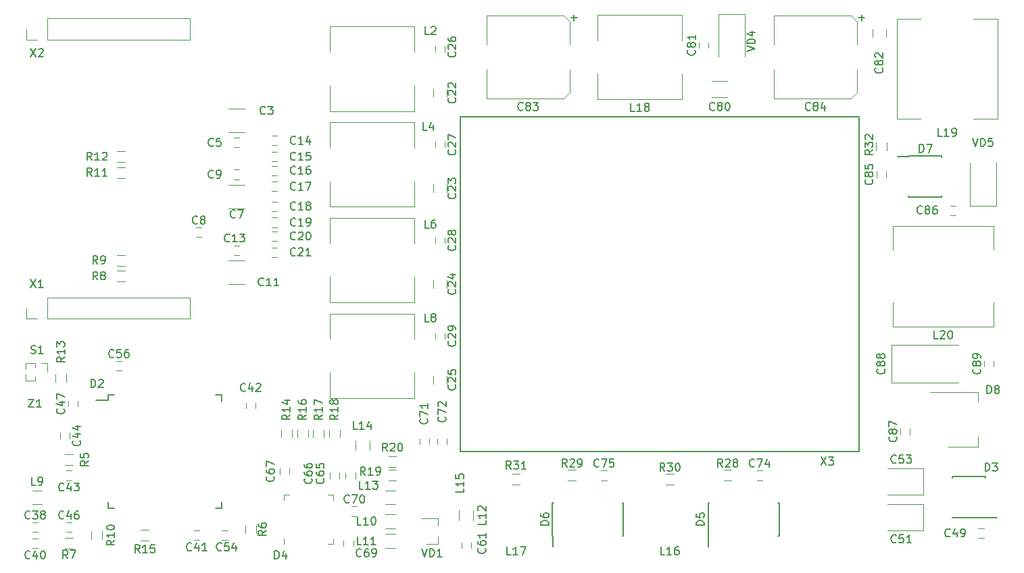
<source format=gbr>
G04 #@! TF.FileFunction,Legend,Top*
%FSLAX46Y46*%
G04 Gerber Fmt 4.6, Leading zero omitted, Abs format (unit mm)*
G04 Created by KiCad (PCBNEW 4.0.7-e2-6376~58~ubuntu16.04.1) date Mon Jun 18 09:55:01 2018*
%MOMM*%
%LPD*%
G01*
G04 APERTURE LIST*
%ADD10C,0.100000*%
%ADD11C,0.120000*%
%ADD12C,0.150000*%
G04 APERTURE END LIST*
D10*
D11*
X107890000Y-112390000D02*
X108600000Y-112390000D01*
X114110000Y-118610000D02*
X113400000Y-118610000D01*
X114110000Y-112390000D02*
X113400000Y-112390000D01*
X114110000Y-118610000D02*
X114110000Y-117900000D01*
X114110000Y-112390000D02*
X114110000Y-113100000D01*
X107890000Y-112390000D02*
X107890000Y-113100000D01*
X107890000Y-117900000D02*
X107890000Y-118610000D01*
X101000000Y-66980000D02*
X103000000Y-66980000D01*
X103000000Y-64020000D02*
X101000000Y-64020000D01*
X101650000Y-67650000D02*
X102350000Y-67650000D01*
X102350000Y-68850000D02*
X101650000Y-68850000D01*
X101000000Y-76480000D02*
X103000000Y-76480000D01*
X103000000Y-73520000D02*
X101000000Y-73520000D01*
X101650000Y-71650000D02*
X102350000Y-71650000D01*
X102350000Y-72850000D02*
X101650000Y-72850000D01*
X101000000Y-85980000D02*
X103000000Y-85980000D01*
X103000000Y-83020000D02*
X101000000Y-83020000D01*
X101650000Y-81150000D02*
X102350000Y-81150000D01*
X102350000Y-82350000D02*
X101650000Y-82350000D01*
X128350000Y-62500000D02*
X128350000Y-61500000D01*
X126650000Y-61500000D02*
X126650000Y-62500000D01*
X128350000Y-74500000D02*
X128350000Y-73500000D01*
X126650000Y-73500000D02*
X126650000Y-74500000D01*
X128350000Y-86500000D02*
X128350000Y-85500000D01*
X126650000Y-85500000D02*
X126650000Y-86500000D01*
X128350000Y-98500000D02*
X128350000Y-97500000D01*
X126650000Y-97500000D02*
X126650000Y-98500000D01*
X128100000Y-56150000D02*
X128100000Y-56850000D01*
X126900000Y-56850000D02*
X126900000Y-56150000D01*
X128100000Y-68150000D02*
X128100000Y-68850000D01*
X126900000Y-68850000D02*
X126900000Y-68150000D01*
X128100000Y-80150000D02*
X128100000Y-80850000D01*
X126900000Y-80850000D02*
X126900000Y-80150000D01*
X128100000Y-92150000D02*
X128100000Y-92850000D01*
X126900000Y-92850000D02*
X126900000Y-92150000D01*
X77100000Y-117100000D02*
X76400000Y-117100000D01*
X76400000Y-115900000D02*
X77100000Y-115900000D01*
X76400000Y-117900000D02*
X77100000Y-117900000D01*
X77100000Y-119100000D02*
X76400000Y-119100000D01*
X96650000Y-116900000D02*
X97350000Y-116900000D01*
X97350000Y-118100000D02*
X96650000Y-118100000D01*
X104350000Y-100900000D02*
X104350000Y-101600000D01*
X103150000Y-101600000D02*
X103150000Y-100900000D01*
X81350000Y-110600000D02*
X80650000Y-110600000D01*
X80650000Y-109400000D02*
X81350000Y-109400000D01*
X81100000Y-104650000D02*
X81100000Y-105350000D01*
X79900000Y-105350000D02*
X79900000Y-104650000D01*
X80650000Y-115900000D02*
X81350000Y-115900000D01*
X81350000Y-117100000D02*
X80650000Y-117100000D01*
X82100000Y-100650000D02*
X82100000Y-101350000D01*
X80900000Y-101350000D02*
X80900000Y-100650000D01*
X195600000Y-117850000D02*
X194900000Y-117850000D01*
X194900000Y-116650000D02*
X195600000Y-116650000D01*
X188050000Y-116900000D02*
X183500000Y-116900000D01*
X188050000Y-113600000D02*
X183500000Y-113600000D01*
X188050000Y-116900000D02*
X188050000Y-113600000D01*
X188050000Y-112400000D02*
X183500000Y-112400000D01*
X188050000Y-109100000D02*
X183500000Y-109100000D01*
X188050000Y-112400000D02*
X188050000Y-109100000D01*
X100850000Y-118100000D02*
X100150000Y-118100000D01*
X100150000Y-116900000D02*
X100850000Y-116900000D01*
X87600000Y-96850000D02*
X86900000Y-96850000D01*
X86900000Y-95650000D02*
X87600000Y-95650000D01*
X130150000Y-119100000D02*
X130150000Y-118400000D01*
X131350000Y-118400000D02*
X131350000Y-119100000D01*
X116850000Y-109650000D02*
X116850000Y-110350000D01*
X115650000Y-110350000D02*
X115650000Y-109650000D01*
X114850000Y-109650000D02*
X114850000Y-110350000D01*
X113650000Y-110350000D02*
X113650000Y-109650000D01*
X108600000Y-109150000D02*
X108600000Y-109850000D01*
X107400000Y-109850000D02*
X107400000Y-109150000D01*
X115400000Y-118850000D02*
X115400000Y-118150000D01*
X116600000Y-118150000D02*
X116600000Y-118850000D01*
X117100000Y-115100000D02*
X116400000Y-115100000D01*
X116400000Y-113900000D02*
X117100000Y-113900000D01*
X126100000Y-105400000D02*
X126100000Y-106100000D01*
X124900000Y-106100000D02*
X124900000Y-105400000D01*
X128350000Y-105400000D02*
X128350000Y-106100000D01*
X127150000Y-106100000D02*
X127150000Y-105400000D01*
X167850000Y-110600000D02*
X167150000Y-110600000D01*
X167150000Y-109400000D02*
X167850000Y-109400000D01*
X148350000Y-110600000D02*
X147650000Y-110600000D01*
X147650000Y-109400000D02*
X148350000Y-109400000D01*
X163500000Y-60480000D02*
X161500000Y-60480000D01*
X161500000Y-62520000D02*
X163500000Y-62520000D01*
X161100000Y-55650000D02*
X161100000Y-56350000D01*
X159900000Y-56350000D02*
X159900000Y-55650000D01*
X183350000Y-55000000D02*
X183350000Y-54000000D01*
X181650000Y-54000000D02*
X181650000Y-55000000D01*
X143710000Y-61950000D02*
X143710000Y-59060000D01*
X143710000Y-53050000D02*
X143710000Y-55940000D01*
X133290000Y-52290000D02*
X133290000Y-55940000D01*
X133290000Y-62710000D02*
X133290000Y-59060000D01*
X133290000Y-52290000D02*
X142950000Y-52290000D01*
X142950000Y-52290000D02*
X143710000Y-53050000D01*
X143710000Y-61950000D02*
X142950000Y-62710000D01*
X142950000Y-62710000D02*
X133290000Y-62710000D01*
X179710000Y-61950000D02*
X179710000Y-59060000D01*
X179710000Y-53050000D02*
X179710000Y-55940000D01*
X169290000Y-52290000D02*
X169290000Y-55940000D01*
X169290000Y-62710000D02*
X169290000Y-59060000D01*
X169290000Y-52290000D02*
X178950000Y-52290000D01*
X178950000Y-52290000D02*
X179710000Y-53050000D01*
X179710000Y-61950000D02*
X178950000Y-62710000D01*
X178950000Y-62710000D02*
X169290000Y-62710000D01*
X183350000Y-71900000D02*
X183350000Y-72600000D01*
X182150000Y-72600000D02*
X182150000Y-71900000D01*
X192100000Y-77350000D02*
X191400000Y-77350000D01*
X191400000Y-76150000D02*
X192100000Y-76150000D01*
X186350000Y-104150000D02*
X186350000Y-104850000D01*
X185150000Y-104850000D02*
X185150000Y-104150000D01*
X184000000Y-93600000D02*
X192400000Y-93600000D01*
X184000000Y-98400000D02*
X192400000Y-98400000D01*
X184000000Y-93600000D02*
X184000000Y-98400000D01*
X196850000Y-95650000D02*
X196850000Y-96350000D01*
X195650000Y-96350000D02*
X195650000Y-95650000D01*
D12*
X85875000Y-99875000D02*
X85875000Y-100525000D01*
X100125000Y-99875000D02*
X100125000Y-100635000D01*
X100125000Y-114125000D02*
X100125000Y-113365000D01*
X85875000Y-114125000D02*
X85875000Y-113365000D01*
X85875000Y-99875000D02*
X86635000Y-99875000D01*
X85875000Y-114125000D02*
X86635000Y-114125000D01*
X100125000Y-114125000D02*
X99365000Y-114125000D01*
X100125000Y-99875000D02*
X99365000Y-99875000D01*
X85875000Y-100525000D02*
X84350000Y-100525000D01*
X195825000Y-115325000D02*
X195825000Y-115275000D01*
X191675000Y-115325000D02*
X191675000Y-115180000D01*
X191675000Y-110175000D02*
X191675000Y-110320000D01*
X195825000Y-110175000D02*
X195825000Y-110320000D01*
X195825000Y-115325000D02*
X191675000Y-115325000D01*
X195825000Y-110175000D02*
X191675000Y-110175000D01*
X195825000Y-115275000D02*
X197225000Y-115275000D01*
X186175000Y-69925000D02*
X186175000Y-69975000D01*
X190325000Y-69925000D02*
X190325000Y-70070000D01*
X190325000Y-75075000D02*
X190325000Y-74930000D01*
X186175000Y-75075000D02*
X186175000Y-74930000D01*
X186175000Y-69925000D02*
X190325000Y-69925000D01*
X186175000Y-75075000D02*
X190325000Y-75075000D01*
X186175000Y-69975000D02*
X184775000Y-69975000D01*
D11*
X124300000Y-61100000D02*
X124300000Y-64300000D01*
X124300000Y-64300000D02*
X113700000Y-64300000D01*
X113700000Y-64300000D02*
X113700000Y-61100000D01*
X113700000Y-56900000D02*
X113700000Y-53700000D01*
X113700000Y-53700000D02*
X124300000Y-53700000D01*
X124300000Y-53700000D02*
X124300000Y-56900000D01*
X124300000Y-73100000D02*
X124300000Y-76300000D01*
X124300000Y-76300000D02*
X113700000Y-76300000D01*
X113700000Y-76300000D02*
X113700000Y-73100000D01*
X113700000Y-68900000D02*
X113700000Y-65700000D01*
X113700000Y-65700000D02*
X124300000Y-65700000D01*
X124300000Y-65700000D02*
X124300000Y-68900000D01*
X124300000Y-85100000D02*
X124300000Y-88300000D01*
X124300000Y-88300000D02*
X113700000Y-88300000D01*
X113700000Y-88300000D02*
X113700000Y-85100000D01*
X113700000Y-80900000D02*
X113700000Y-77700000D01*
X113700000Y-77700000D02*
X124300000Y-77700000D01*
X124300000Y-77700000D02*
X124300000Y-80900000D01*
X124300000Y-97100000D02*
X124300000Y-100300000D01*
X124300000Y-100300000D02*
X113700000Y-100300000D01*
X113700000Y-100300000D02*
X113700000Y-97100000D01*
X113700000Y-92900000D02*
X113700000Y-89700000D01*
X113700000Y-89700000D02*
X124300000Y-89700000D01*
X124300000Y-89700000D02*
X124300000Y-92900000D01*
X76400000Y-111870000D02*
X77600000Y-111870000D01*
X77600000Y-113630000D02*
X76400000Y-113630000D01*
X121850000Y-116630000D02*
X120650000Y-116630000D01*
X120650000Y-114870000D02*
X121850000Y-114870000D01*
X121850000Y-119130000D02*
X120650000Y-119130000D01*
X120650000Y-117370000D02*
X121850000Y-117370000D01*
X131630000Y-114400000D02*
X131630000Y-115600000D01*
X129870000Y-115600000D02*
X129870000Y-114400000D01*
X121850000Y-113630000D02*
X120650000Y-113630000D01*
X120650000Y-111870000D02*
X121850000Y-111870000D01*
X118630000Y-105650000D02*
X118630000Y-106850000D01*
X116870000Y-106850000D02*
X116870000Y-105650000D01*
X147200000Y-55400000D02*
X147200000Y-52200000D01*
X147200000Y-52200000D02*
X157800000Y-52200000D01*
X157800000Y-52200000D02*
X157800000Y-55400000D01*
X157800000Y-59600000D02*
X157800000Y-62800000D01*
X157800000Y-62800000D02*
X147200000Y-62800000D01*
X147200000Y-62800000D02*
X147200000Y-59600000D01*
X187700000Y-65300000D02*
X184700000Y-65300000D01*
X184700000Y-65300000D02*
X184700000Y-52700000D01*
X184700000Y-52700000D02*
X187700000Y-52700000D01*
X194300000Y-52700000D02*
X197300000Y-52700000D01*
X197300000Y-52700000D02*
X197300000Y-65300000D01*
X197300000Y-65300000D02*
X194300000Y-65300000D01*
X184200000Y-81700000D02*
X184200000Y-78700000D01*
X184200000Y-78700000D02*
X196800000Y-78700000D01*
X196800000Y-78700000D02*
X196800000Y-81700000D01*
X196800000Y-88300000D02*
X196800000Y-91300000D01*
X196800000Y-91300000D02*
X184200000Y-91300000D01*
X184200000Y-91300000D02*
X184200000Y-88300000D01*
X80500000Y-107320000D02*
X81500000Y-107320000D01*
X81500000Y-108680000D02*
X80500000Y-108680000D01*
X103070000Y-117250000D02*
X103070000Y-116250000D01*
X104430000Y-116250000D02*
X104430000Y-117250000D01*
X80500000Y-117820000D02*
X81500000Y-117820000D01*
X81500000Y-119180000D02*
X80500000Y-119180000D01*
X88000000Y-85680000D02*
X87000000Y-85680000D01*
X87000000Y-84320000D02*
X88000000Y-84320000D01*
X88000000Y-83680000D02*
X87000000Y-83680000D01*
X87000000Y-82320000D02*
X88000000Y-82320000D01*
X85180000Y-117000000D02*
X85180000Y-118000000D01*
X83820000Y-118000000D02*
X83820000Y-117000000D01*
X88000000Y-72680000D02*
X87000000Y-72680000D01*
X87000000Y-71320000D02*
X88000000Y-71320000D01*
X88000000Y-70680000D02*
X87000000Y-70680000D01*
X87000000Y-69320000D02*
X88000000Y-69320000D01*
X79320000Y-98250000D02*
X79320000Y-97250000D01*
X80680000Y-97250000D02*
X80680000Y-98250000D01*
X108930000Y-104250000D02*
X108930000Y-105250000D01*
X107570000Y-105250000D02*
X107570000Y-104250000D01*
X91000000Y-118180000D02*
X90000000Y-118180000D01*
X90000000Y-116820000D02*
X91000000Y-116820000D01*
X110930000Y-104250000D02*
X110930000Y-105250000D01*
X109570000Y-105250000D02*
X109570000Y-104250000D01*
X112930000Y-104250000D02*
X112930000Y-105250000D01*
X111570000Y-105250000D02*
X111570000Y-104250000D01*
X114930000Y-104250000D02*
X114930000Y-105250000D01*
X113570000Y-105250000D02*
X113570000Y-104250000D01*
X122000000Y-110680000D02*
X121000000Y-110680000D01*
X121000000Y-109320000D02*
X122000000Y-109320000D01*
X122000000Y-108930000D02*
X121000000Y-108930000D01*
X121000000Y-107570000D02*
X122000000Y-107570000D01*
X163000000Y-109320000D02*
X164000000Y-109320000D01*
X164000000Y-110680000D02*
X163000000Y-110680000D01*
X143500000Y-109320000D02*
X144500000Y-109320000D01*
X144500000Y-110680000D02*
X143500000Y-110680000D01*
X155750000Y-109820000D02*
X156750000Y-109820000D01*
X156750000Y-111180000D02*
X155750000Y-111180000D01*
X136500000Y-109820000D02*
X137500000Y-109820000D01*
X137500000Y-111180000D02*
X136500000Y-111180000D01*
X182070000Y-69250000D02*
X182070000Y-68250000D01*
X183430000Y-68250000D02*
X183430000Y-69250000D01*
X75535000Y-95890000D02*
X75535000Y-96692470D01*
X75535000Y-97307530D02*
X75535000Y-98110000D01*
X76740000Y-95890000D02*
X75535000Y-95890000D01*
X76740000Y-98110000D02*
X75535000Y-98110000D01*
X76740000Y-95890000D02*
X76740000Y-96436529D01*
X76740000Y-97563471D02*
X76740000Y-98110000D01*
X77500000Y-95890000D02*
X78260000Y-95890000D01*
X78260000Y-95890000D02*
X78260000Y-97000000D01*
X127260000Y-118580000D02*
X127260000Y-117650000D01*
X127260000Y-115420000D02*
X127260000Y-116350000D01*
X127260000Y-115420000D02*
X125100000Y-115420000D01*
X127260000Y-118580000D02*
X125800000Y-118580000D01*
X165650000Y-52100000D02*
X162350000Y-52100000D01*
X162350000Y-52100000D02*
X162350000Y-57500000D01*
X165650000Y-52100000D02*
X165650000Y-57500000D01*
X193850000Y-76150000D02*
X197150000Y-76150000D01*
X197150000Y-76150000D02*
X197150000Y-70750000D01*
X193850000Y-76150000D02*
X193850000Y-70750000D01*
X96110000Y-90330000D02*
X96110000Y-87670000D01*
X78270000Y-90330000D02*
X96110000Y-90330000D01*
X78270000Y-87670000D02*
X96110000Y-87670000D01*
X78270000Y-90330000D02*
X78270000Y-87670000D01*
X77000000Y-90330000D02*
X75670000Y-90330000D01*
X75670000Y-90330000D02*
X75670000Y-89000000D01*
X96110000Y-55330000D02*
X96110000Y-52670000D01*
X78270000Y-55330000D02*
X96110000Y-55330000D01*
X78270000Y-52670000D02*
X96110000Y-52670000D01*
X78270000Y-55330000D02*
X78270000Y-52670000D01*
X77000000Y-55330000D02*
X75670000Y-55330000D01*
X75670000Y-55330000D02*
X75670000Y-54000000D01*
X194910000Y-106410000D02*
X194910000Y-105150000D01*
X194910000Y-99590000D02*
X194910000Y-100850000D01*
X191150000Y-106410000D02*
X194910000Y-106410000D01*
X188900000Y-99590000D02*
X194910000Y-99590000D01*
D12*
X161050000Y-117575000D02*
X161075000Y-117575000D01*
X161050000Y-113425000D02*
X161165000Y-113425000D01*
X169950000Y-113425000D02*
X169835000Y-113425000D01*
X169950000Y-117575000D02*
X169835000Y-117575000D01*
X161050000Y-117575000D02*
X161050000Y-113425000D01*
X169950000Y-117575000D02*
X169950000Y-113425000D01*
X161075000Y-117575000D02*
X161075000Y-118950000D01*
X141550000Y-117575000D02*
X141575000Y-117575000D01*
X141550000Y-113425000D02*
X141665000Y-113425000D01*
X150450000Y-113425000D02*
X150335000Y-113425000D01*
X150450000Y-117575000D02*
X150335000Y-117575000D01*
X141550000Y-117575000D02*
X141550000Y-113425000D01*
X150450000Y-117575000D02*
X150450000Y-113425000D01*
X141575000Y-117575000D02*
X141575000Y-118950000D01*
D11*
X107100000Y-68600000D02*
X106400000Y-68600000D01*
X106400000Y-67400000D02*
X107100000Y-67400000D01*
X107100000Y-70600000D02*
X106400000Y-70600000D01*
X106400000Y-69400000D02*
X107100000Y-69400000D01*
X107100000Y-72350000D02*
X106400000Y-72350000D01*
X106400000Y-71150000D02*
X107100000Y-71150000D01*
X107100000Y-74350000D02*
X106400000Y-74350000D01*
X106400000Y-73150000D02*
X107100000Y-73150000D01*
X107100000Y-76850000D02*
X106400000Y-76850000D01*
X106400000Y-75650000D02*
X107100000Y-75650000D01*
X107100000Y-78850000D02*
X106400000Y-78850000D01*
X106400000Y-77650000D02*
X107100000Y-77650000D01*
X107100000Y-80600000D02*
X106400000Y-80600000D01*
X106400000Y-79400000D02*
X107100000Y-79400000D01*
X107100000Y-82600000D02*
X106400000Y-82600000D01*
X106400000Y-81400000D02*
X107100000Y-81400000D01*
D12*
X130000000Y-107000000D02*
X130000000Y-65000000D01*
X130000000Y-65000000D02*
X180000000Y-65000000D01*
X180000000Y-65000000D02*
X180000000Y-107000000D01*
X180000000Y-107000000D02*
X130000000Y-107000000D01*
D11*
X97600000Y-80100000D02*
X96900000Y-80100000D01*
X96900000Y-78900000D02*
X97600000Y-78900000D01*
D12*
X106761905Y-120452381D02*
X106761905Y-119452381D01*
X107000000Y-119452381D01*
X107142858Y-119500000D01*
X107238096Y-119595238D01*
X107285715Y-119690476D01*
X107333334Y-119880952D01*
X107333334Y-120023810D01*
X107285715Y-120214286D01*
X107238096Y-120309524D01*
X107142858Y-120404762D01*
X107000000Y-120452381D01*
X106761905Y-120452381D01*
X108190477Y-119785714D02*
X108190477Y-120452381D01*
X107952381Y-119404762D02*
X107714286Y-120119048D01*
X108333334Y-120119048D01*
X105583334Y-64607143D02*
X105535715Y-64654762D01*
X105392858Y-64702381D01*
X105297620Y-64702381D01*
X105154762Y-64654762D01*
X105059524Y-64559524D01*
X105011905Y-64464286D01*
X104964286Y-64273810D01*
X104964286Y-64130952D01*
X105011905Y-63940476D01*
X105059524Y-63845238D01*
X105154762Y-63750000D01*
X105297620Y-63702381D01*
X105392858Y-63702381D01*
X105535715Y-63750000D01*
X105583334Y-63797619D01*
X105916667Y-63702381D02*
X106535715Y-63702381D01*
X106202381Y-64083333D01*
X106345239Y-64083333D01*
X106440477Y-64130952D01*
X106488096Y-64178571D01*
X106535715Y-64273810D01*
X106535715Y-64511905D01*
X106488096Y-64607143D01*
X106440477Y-64654762D01*
X106345239Y-64702381D01*
X106059524Y-64702381D01*
X105964286Y-64654762D01*
X105916667Y-64607143D01*
X99083334Y-68607143D02*
X99035715Y-68654762D01*
X98892858Y-68702381D01*
X98797620Y-68702381D01*
X98654762Y-68654762D01*
X98559524Y-68559524D01*
X98511905Y-68464286D01*
X98464286Y-68273810D01*
X98464286Y-68130952D01*
X98511905Y-67940476D01*
X98559524Y-67845238D01*
X98654762Y-67750000D01*
X98797620Y-67702381D01*
X98892858Y-67702381D01*
X99035715Y-67750000D01*
X99083334Y-67797619D01*
X99988096Y-67702381D02*
X99511905Y-67702381D01*
X99464286Y-68178571D01*
X99511905Y-68130952D01*
X99607143Y-68083333D01*
X99845239Y-68083333D01*
X99940477Y-68130952D01*
X99988096Y-68178571D01*
X100035715Y-68273810D01*
X100035715Y-68511905D01*
X99988096Y-68607143D01*
X99940477Y-68654762D01*
X99845239Y-68702381D01*
X99607143Y-68702381D01*
X99511905Y-68654762D01*
X99464286Y-68607143D01*
X101833334Y-77607143D02*
X101785715Y-77654762D01*
X101642858Y-77702381D01*
X101547620Y-77702381D01*
X101404762Y-77654762D01*
X101309524Y-77559524D01*
X101261905Y-77464286D01*
X101214286Y-77273810D01*
X101214286Y-77130952D01*
X101261905Y-76940476D01*
X101309524Y-76845238D01*
X101404762Y-76750000D01*
X101547620Y-76702381D01*
X101642858Y-76702381D01*
X101785715Y-76750000D01*
X101833334Y-76797619D01*
X102166667Y-76702381D02*
X102833334Y-76702381D01*
X102404762Y-77702381D01*
X99083334Y-72607143D02*
X99035715Y-72654762D01*
X98892858Y-72702381D01*
X98797620Y-72702381D01*
X98654762Y-72654762D01*
X98559524Y-72559524D01*
X98511905Y-72464286D01*
X98464286Y-72273810D01*
X98464286Y-72130952D01*
X98511905Y-71940476D01*
X98559524Y-71845238D01*
X98654762Y-71750000D01*
X98797620Y-71702381D01*
X98892858Y-71702381D01*
X99035715Y-71750000D01*
X99083334Y-71797619D01*
X99559524Y-72702381D02*
X99750000Y-72702381D01*
X99845239Y-72654762D01*
X99892858Y-72607143D01*
X99988096Y-72464286D01*
X100035715Y-72273810D01*
X100035715Y-71892857D01*
X99988096Y-71797619D01*
X99940477Y-71750000D01*
X99845239Y-71702381D01*
X99654762Y-71702381D01*
X99559524Y-71750000D01*
X99511905Y-71797619D01*
X99464286Y-71892857D01*
X99464286Y-72130952D01*
X99511905Y-72226190D01*
X99559524Y-72273810D01*
X99654762Y-72321429D01*
X99845239Y-72321429D01*
X99940477Y-72273810D01*
X99988096Y-72226190D01*
X100035715Y-72130952D01*
X105357143Y-86107143D02*
X105309524Y-86154762D01*
X105166667Y-86202381D01*
X105071429Y-86202381D01*
X104928571Y-86154762D01*
X104833333Y-86059524D01*
X104785714Y-85964286D01*
X104738095Y-85773810D01*
X104738095Y-85630952D01*
X104785714Y-85440476D01*
X104833333Y-85345238D01*
X104928571Y-85250000D01*
X105071429Y-85202381D01*
X105166667Y-85202381D01*
X105309524Y-85250000D01*
X105357143Y-85297619D01*
X106309524Y-86202381D02*
X105738095Y-86202381D01*
X106023809Y-86202381D02*
X106023809Y-85202381D01*
X105928571Y-85345238D01*
X105833333Y-85440476D01*
X105738095Y-85488095D01*
X107261905Y-86202381D02*
X106690476Y-86202381D01*
X106976190Y-86202381D02*
X106976190Y-85202381D01*
X106880952Y-85345238D01*
X106785714Y-85440476D01*
X106690476Y-85488095D01*
X101107143Y-80607143D02*
X101059524Y-80654762D01*
X100916667Y-80702381D01*
X100821429Y-80702381D01*
X100678571Y-80654762D01*
X100583333Y-80559524D01*
X100535714Y-80464286D01*
X100488095Y-80273810D01*
X100488095Y-80130952D01*
X100535714Y-79940476D01*
X100583333Y-79845238D01*
X100678571Y-79750000D01*
X100821429Y-79702381D01*
X100916667Y-79702381D01*
X101059524Y-79750000D01*
X101107143Y-79797619D01*
X102059524Y-80702381D02*
X101488095Y-80702381D01*
X101773809Y-80702381D02*
X101773809Y-79702381D01*
X101678571Y-79845238D01*
X101583333Y-79940476D01*
X101488095Y-79988095D01*
X102392857Y-79702381D02*
X103011905Y-79702381D01*
X102678571Y-80083333D01*
X102821429Y-80083333D01*
X102916667Y-80130952D01*
X102964286Y-80178571D01*
X103011905Y-80273810D01*
X103011905Y-80511905D01*
X102964286Y-80607143D01*
X102916667Y-80654762D01*
X102821429Y-80702381D01*
X102535714Y-80702381D01*
X102440476Y-80654762D01*
X102392857Y-80607143D01*
X129357143Y-62642857D02*
X129404762Y-62690476D01*
X129452381Y-62833333D01*
X129452381Y-62928571D01*
X129404762Y-63071429D01*
X129309524Y-63166667D01*
X129214286Y-63214286D01*
X129023810Y-63261905D01*
X128880952Y-63261905D01*
X128690476Y-63214286D01*
X128595238Y-63166667D01*
X128500000Y-63071429D01*
X128452381Y-62928571D01*
X128452381Y-62833333D01*
X128500000Y-62690476D01*
X128547619Y-62642857D01*
X128547619Y-62261905D02*
X128500000Y-62214286D01*
X128452381Y-62119048D01*
X128452381Y-61880952D01*
X128500000Y-61785714D01*
X128547619Y-61738095D01*
X128642857Y-61690476D01*
X128738095Y-61690476D01*
X128880952Y-61738095D01*
X129452381Y-62309524D01*
X129452381Y-61690476D01*
X128547619Y-61309524D02*
X128500000Y-61261905D01*
X128452381Y-61166667D01*
X128452381Y-60928571D01*
X128500000Y-60833333D01*
X128547619Y-60785714D01*
X128642857Y-60738095D01*
X128738095Y-60738095D01*
X128880952Y-60785714D01*
X129452381Y-61357143D01*
X129452381Y-60738095D01*
X129357143Y-74642857D02*
X129404762Y-74690476D01*
X129452381Y-74833333D01*
X129452381Y-74928571D01*
X129404762Y-75071429D01*
X129309524Y-75166667D01*
X129214286Y-75214286D01*
X129023810Y-75261905D01*
X128880952Y-75261905D01*
X128690476Y-75214286D01*
X128595238Y-75166667D01*
X128500000Y-75071429D01*
X128452381Y-74928571D01*
X128452381Y-74833333D01*
X128500000Y-74690476D01*
X128547619Y-74642857D01*
X128547619Y-74261905D02*
X128500000Y-74214286D01*
X128452381Y-74119048D01*
X128452381Y-73880952D01*
X128500000Y-73785714D01*
X128547619Y-73738095D01*
X128642857Y-73690476D01*
X128738095Y-73690476D01*
X128880952Y-73738095D01*
X129452381Y-74309524D01*
X129452381Y-73690476D01*
X128452381Y-73357143D02*
X128452381Y-72738095D01*
X128833333Y-73071429D01*
X128833333Y-72928571D01*
X128880952Y-72833333D01*
X128928571Y-72785714D01*
X129023810Y-72738095D01*
X129261905Y-72738095D01*
X129357143Y-72785714D01*
X129404762Y-72833333D01*
X129452381Y-72928571D01*
X129452381Y-73214286D01*
X129404762Y-73309524D01*
X129357143Y-73357143D01*
X129357143Y-86642857D02*
X129404762Y-86690476D01*
X129452381Y-86833333D01*
X129452381Y-86928571D01*
X129404762Y-87071429D01*
X129309524Y-87166667D01*
X129214286Y-87214286D01*
X129023810Y-87261905D01*
X128880952Y-87261905D01*
X128690476Y-87214286D01*
X128595238Y-87166667D01*
X128500000Y-87071429D01*
X128452381Y-86928571D01*
X128452381Y-86833333D01*
X128500000Y-86690476D01*
X128547619Y-86642857D01*
X128547619Y-86261905D02*
X128500000Y-86214286D01*
X128452381Y-86119048D01*
X128452381Y-85880952D01*
X128500000Y-85785714D01*
X128547619Y-85738095D01*
X128642857Y-85690476D01*
X128738095Y-85690476D01*
X128880952Y-85738095D01*
X129452381Y-86309524D01*
X129452381Y-85690476D01*
X128785714Y-84833333D02*
X129452381Y-84833333D01*
X128404762Y-85071429D02*
X129119048Y-85309524D01*
X129119048Y-84690476D01*
X129357143Y-98642857D02*
X129404762Y-98690476D01*
X129452381Y-98833333D01*
X129452381Y-98928571D01*
X129404762Y-99071429D01*
X129309524Y-99166667D01*
X129214286Y-99214286D01*
X129023810Y-99261905D01*
X128880952Y-99261905D01*
X128690476Y-99214286D01*
X128595238Y-99166667D01*
X128500000Y-99071429D01*
X128452381Y-98928571D01*
X128452381Y-98833333D01*
X128500000Y-98690476D01*
X128547619Y-98642857D01*
X128547619Y-98261905D02*
X128500000Y-98214286D01*
X128452381Y-98119048D01*
X128452381Y-97880952D01*
X128500000Y-97785714D01*
X128547619Y-97738095D01*
X128642857Y-97690476D01*
X128738095Y-97690476D01*
X128880952Y-97738095D01*
X129452381Y-98309524D01*
X129452381Y-97690476D01*
X128452381Y-96785714D02*
X128452381Y-97261905D01*
X128928571Y-97309524D01*
X128880952Y-97261905D01*
X128833333Y-97166667D01*
X128833333Y-96928571D01*
X128880952Y-96833333D01*
X128928571Y-96785714D01*
X129023810Y-96738095D01*
X129261905Y-96738095D01*
X129357143Y-96785714D01*
X129404762Y-96833333D01*
X129452381Y-96928571D01*
X129452381Y-97166667D01*
X129404762Y-97261905D01*
X129357143Y-97309524D01*
X129357143Y-56892857D02*
X129404762Y-56940476D01*
X129452381Y-57083333D01*
X129452381Y-57178571D01*
X129404762Y-57321429D01*
X129309524Y-57416667D01*
X129214286Y-57464286D01*
X129023810Y-57511905D01*
X128880952Y-57511905D01*
X128690476Y-57464286D01*
X128595238Y-57416667D01*
X128500000Y-57321429D01*
X128452381Y-57178571D01*
X128452381Y-57083333D01*
X128500000Y-56940476D01*
X128547619Y-56892857D01*
X128547619Y-56511905D02*
X128500000Y-56464286D01*
X128452381Y-56369048D01*
X128452381Y-56130952D01*
X128500000Y-56035714D01*
X128547619Y-55988095D01*
X128642857Y-55940476D01*
X128738095Y-55940476D01*
X128880952Y-55988095D01*
X129452381Y-56559524D01*
X129452381Y-55940476D01*
X128452381Y-55083333D02*
X128452381Y-55273810D01*
X128500000Y-55369048D01*
X128547619Y-55416667D01*
X128690476Y-55511905D01*
X128880952Y-55559524D01*
X129261905Y-55559524D01*
X129357143Y-55511905D01*
X129404762Y-55464286D01*
X129452381Y-55369048D01*
X129452381Y-55178571D01*
X129404762Y-55083333D01*
X129357143Y-55035714D01*
X129261905Y-54988095D01*
X129023810Y-54988095D01*
X128928571Y-55035714D01*
X128880952Y-55083333D01*
X128833333Y-55178571D01*
X128833333Y-55369048D01*
X128880952Y-55464286D01*
X128928571Y-55511905D01*
X129023810Y-55559524D01*
X129357143Y-69142857D02*
X129404762Y-69190476D01*
X129452381Y-69333333D01*
X129452381Y-69428571D01*
X129404762Y-69571429D01*
X129309524Y-69666667D01*
X129214286Y-69714286D01*
X129023810Y-69761905D01*
X128880952Y-69761905D01*
X128690476Y-69714286D01*
X128595238Y-69666667D01*
X128500000Y-69571429D01*
X128452381Y-69428571D01*
X128452381Y-69333333D01*
X128500000Y-69190476D01*
X128547619Y-69142857D01*
X128547619Y-68761905D02*
X128500000Y-68714286D01*
X128452381Y-68619048D01*
X128452381Y-68380952D01*
X128500000Y-68285714D01*
X128547619Y-68238095D01*
X128642857Y-68190476D01*
X128738095Y-68190476D01*
X128880952Y-68238095D01*
X129452381Y-68809524D01*
X129452381Y-68190476D01*
X128452381Y-67857143D02*
X128452381Y-67190476D01*
X129452381Y-67619048D01*
X129357143Y-81142857D02*
X129404762Y-81190476D01*
X129452381Y-81333333D01*
X129452381Y-81428571D01*
X129404762Y-81571429D01*
X129309524Y-81666667D01*
X129214286Y-81714286D01*
X129023810Y-81761905D01*
X128880952Y-81761905D01*
X128690476Y-81714286D01*
X128595238Y-81666667D01*
X128500000Y-81571429D01*
X128452381Y-81428571D01*
X128452381Y-81333333D01*
X128500000Y-81190476D01*
X128547619Y-81142857D01*
X128547619Y-80761905D02*
X128500000Y-80714286D01*
X128452381Y-80619048D01*
X128452381Y-80380952D01*
X128500000Y-80285714D01*
X128547619Y-80238095D01*
X128642857Y-80190476D01*
X128738095Y-80190476D01*
X128880952Y-80238095D01*
X129452381Y-80809524D01*
X129452381Y-80190476D01*
X128880952Y-79619048D02*
X128833333Y-79714286D01*
X128785714Y-79761905D01*
X128690476Y-79809524D01*
X128642857Y-79809524D01*
X128547619Y-79761905D01*
X128500000Y-79714286D01*
X128452381Y-79619048D01*
X128452381Y-79428571D01*
X128500000Y-79333333D01*
X128547619Y-79285714D01*
X128642857Y-79238095D01*
X128690476Y-79238095D01*
X128785714Y-79285714D01*
X128833333Y-79333333D01*
X128880952Y-79428571D01*
X128880952Y-79619048D01*
X128928571Y-79714286D01*
X128976190Y-79761905D01*
X129071429Y-79809524D01*
X129261905Y-79809524D01*
X129357143Y-79761905D01*
X129404762Y-79714286D01*
X129452381Y-79619048D01*
X129452381Y-79428571D01*
X129404762Y-79333333D01*
X129357143Y-79285714D01*
X129261905Y-79238095D01*
X129071429Y-79238095D01*
X128976190Y-79285714D01*
X128928571Y-79333333D01*
X128880952Y-79428571D01*
X129357143Y-93142857D02*
X129404762Y-93190476D01*
X129452381Y-93333333D01*
X129452381Y-93428571D01*
X129404762Y-93571429D01*
X129309524Y-93666667D01*
X129214286Y-93714286D01*
X129023810Y-93761905D01*
X128880952Y-93761905D01*
X128690476Y-93714286D01*
X128595238Y-93666667D01*
X128500000Y-93571429D01*
X128452381Y-93428571D01*
X128452381Y-93333333D01*
X128500000Y-93190476D01*
X128547619Y-93142857D01*
X128547619Y-92761905D02*
X128500000Y-92714286D01*
X128452381Y-92619048D01*
X128452381Y-92380952D01*
X128500000Y-92285714D01*
X128547619Y-92238095D01*
X128642857Y-92190476D01*
X128738095Y-92190476D01*
X128880952Y-92238095D01*
X129452381Y-92809524D01*
X129452381Y-92190476D01*
X129452381Y-91714286D02*
X129452381Y-91523810D01*
X129404762Y-91428571D01*
X129357143Y-91380952D01*
X129214286Y-91285714D01*
X129023810Y-91238095D01*
X128642857Y-91238095D01*
X128547619Y-91285714D01*
X128500000Y-91333333D01*
X128452381Y-91428571D01*
X128452381Y-91619048D01*
X128500000Y-91714286D01*
X128547619Y-91761905D01*
X128642857Y-91809524D01*
X128880952Y-91809524D01*
X128976190Y-91761905D01*
X129023810Y-91714286D01*
X129071429Y-91619048D01*
X129071429Y-91428571D01*
X129023810Y-91333333D01*
X128976190Y-91285714D01*
X128880952Y-91238095D01*
X76107143Y-115357143D02*
X76059524Y-115404762D01*
X75916667Y-115452381D01*
X75821429Y-115452381D01*
X75678571Y-115404762D01*
X75583333Y-115309524D01*
X75535714Y-115214286D01*
X75488095Y-115023810D01*
X75488095Y-114880952D01*
X75535714Y-114690476D01*
X75583333Y-114595238D01*
X75678571Y-114500000D01*
X75821429Y-114452381D01*
X75916667Y-114452381D01*
X76059524Y-114500000D01*
X76107143Y-114547619D01*
X76440476Y-114452381D02*
X77059524Y-114452381D01*
X76726190Y-114833333D01*
X76869048Y-114833333D01*
X76964286Y-114880952D01*
X77011905Y-114928571D01*
X77059524Y-115023810D01*
X77059524Y-115261905D01*
X77011905Y-115357143D01*
X76964286Y-115404762D01*
X76869048Y-115452381D01*
X76583333Y-115452381D01*
X76488095Y-115404762D01*
X76440476Y-115357143D01*
X77630952Y-114880952D02*
X77535714Y-114833333D01*
X77488095Y-114785714D01*
X77440476Y-114690476D01*
X77440476Y-114642857D01*
X77488095Y-114547619D01*
X77535714Y-114500000D01*
X77630952Y-114452381D01*
X77821429Y-114452381D01*
X77916667Y-114500000D01*
X77964286Y-114547619D01*
X78011905Y-114642857D01*
X78011905Y-114690476D01*
X77964286Y-114785714D01*
X77916667Y-114833333D01*
X77821429Y-114880952D01*
X77630952Y-114880952D01*
X77535714Y-114928571D01*
X77488095Y-114976190D01*
X77440476Y-115071429D01*
X77440476Y-115261905D01*
X77488095Y-115357143D01*
X77535714Y-115404762D01*
X77630952Y-115452381D01*
X77821429Y-115452381D01*
X77916667Y-115404762D01*
X77964286Y-115357143D01*
X78011905Y-115261905D01*
X78011905Y-115071429D01*
X77964286Y-114976190D01*
X77916667Y-114928571D01*
X77821429Y-114880952D01*
X76107143Y-120357143D02*
X76059524Y-120404762D01*
X75916667Y-120452381D01*
X75821429Y-120452381D01*
X75678571Y-120404762D01*
X75583333Y-120309524D01*
X75535714Y-120214286D01*
X75488095Y-120023810D01*
X75488095Y-119880952D01*
X75535714Y-119690476D01*
X75583333Y-119595238D01*
X75678571Y-119500000D01*
X75821429Y-119452381D01*
X75916667Y-119452381D01*
X76059524Y-119500000D01*
X76107143Y-119547619D01*
X76964286Y-119785714D02*
X76964286Y-120452381D01*
X76726190Y-119404762D02*
X76488095Y-120119048D01*
X77107143Y-120119048D01*
X77678571Y-119452381D02*
X77773810Y-119452381D01*
X77869048Y-119500000D01*
X77916667Y-119547619D01*
X77964286Y-119642857D01*
X78011905Y-119833333D01*
X78011905Y-120071429D01*
X77964286Y-120261905D01*
X77916667Y-120357143D01*
X77869048Y-120404762D01*
X77773810Y-120452381D01*
X77678571Y-120452381D01*
X77583333Y-120404762D01*
X77535714Y-120357143D01*
X77488095Y-120261905D01*
X77440476Y-120071429D01*
X77440476Y-119833333D01*
X77488095Y-119642857D01*
X77535714Y-119547619D01*
X77583333Y-119500000D01*
X77678571Y-119452381D01*
X96357143Y-119357143D02*
X96309524Y-119404762D01*
X96166667Y-119452381D01*
X96071429Y-119452381D01*
X95928571Y-119404762D01*
X95833333Y-119309524D01*
X95785714Y-119214286D01*
X95738095Y-119023810D01*
X95738095Y-118880952D01*
X95785714Y-118690476D01*
X95833333Y-118595238D01*
X95928571Y-118500000D01*
X96071429Y-118452381D01*
X96166667Y-118452381D01*
X96309524Y-118500000D01*
X96357143Y-118547619D01*
X97214286Y-118785714D02*
X97214286Y-119452381D01*
X96976190Y-118404762D02*
X96738095Y-119119048D01*
X97357143Y-119119048D01*
X98261905Y-119452381D02*
X97690476Y-119452381D01*
X97976190Y-119452381D02*
X97976190Y-118452381D01*
X97880952Y-118595238D01*
X97785714Y-118690476D01*
X97690476Y-118738095D01*
X103107143Y-99357143D02*
X103059524Y-99404762D01*
X102916667Y-99452381D01*
X102821429Y-99452381D01*
X102678571Y-99404762D01*
X102583333Y-99309524D01*
X102535714Y-99214286D01*
X102488095Y-99023810D01*
X102488095Y-98880952D01*
X102535714Y-98690476D01*
X102583333Y-98595238D01*
X102678571Y-98500000D01*
X102821429Y-98452381D01*
X102916667Y-98452381D01*
X103059524Y-98500000D01*
X103107143Y-98547619D01*
X103964286Y-98785714D02*
X103964286Y-99452381D01*
X103726190Y-98404762D02*
X103488095Y-99119048D01*
X104107143Y-99119048D01*
X104440476Y-98547619D02*
X104488095Y-98500000D01*
X104583333Y-98452381D01*
X104821429Y-98452381D01*
X104916667Y-98500000D01*
X104964286Y-98547619D01*
X105011905Y-98642857D01*
X105011905Y-98738095D01*
X104964286Y-98880952D01*
X104392857Y-99452381D01*
X105011905Y-99452381D01*
X80357143Y-111857143D02*
X80309524Y-111904762D01*
X80166667Y-111952381D01*
X80071429Y-111952381D01*
X79928571Y-111904762D01*
X79833333Y-111809524D01*
X79785714Y-111714286D01*
X79738095Y-111523810D01*
X79738095Y-111380952D01*
X79785714Y-111190476D01*
X79833333Y-111095238D01*
X79928571Y-111000000D01*
X80071429Y-110952381D01*
X80166667Y-110952381D01*
X80309524Y-111000000D01*
X80357143Y-111047619D01*
X81214286Y-111285714D02*
X81214286Y-111952381D01*
X80976190Y-110904762D02*
X80738095Y-111619048D01*
X81357143Y-111619048D01*
X81642857Y-110952381D02*
X82261905Y-110952381D01*
X81928571Y-111333333D01*
X82071429Y-111333333D01*
X82166667Y-111380952D01*
X82214286Y-111428571D01*
X82261905Y-111523810D01*
X82261905Y-111761905D01*
X82214286Y-111857143D01*
X82166667Y-111904762D01*
X82071429Y-111952381D01*
X81785714Y-111952381D01*
X81690476Y-111904762D01*
X81642857Y-111857143D01*
X82357143Y-105642857D02*
X82404762Y-105690476D01*
X82452381Y-105833333D01*
X82452381Y-105928571D01*
X82404762Y-106071429D01*
X82309524Y-106166667D01*
X82214286Y-106214286D01*
X82023810Y-106261905D01*
X81880952Y-106261905D01*
X81690476Y-106214286D01*
X81595238Y-106166667D01*
X81500000Y-106071429D01*
X81452381Y-105928571D01*
X81452381Y-105833333D01*
X81500000Y-105690476D01*
X81547619Y-105642857D01*
X81785714Y-104785714D02*
X82452381Y-104785714D01*
X81404762Y-105023810D02*
X82119048Y-105261905D01*
X82119048Y-104642857D01*
X81785714Y-103833333D02*
X82452381Y-103833333D01*
X81404762Y-104071429D02*
X82119048Y-104309524D01*
X82119048Y-103690476D01*
X80357143Y-115357143D02*
X80309524Y-115404762D01*
X80166667Y-115452381D01*
X80071429Y-115452381D01*
X79928571Y-115404762D01*
X79833333Y-115309524D01*
X79785714Y-115214286D01*
X79738095Y-115023810D01*
X79738095Y-114880952D01*
X79785714Y-114690476D01*
X79833333Y-114595238D01*
X79928571Y-114500000D01*
X80071429Y-114452381D01*
X80166667Y-114452381D01*
X80309524Y-114500000D01*
X80357143Y-114547619D01*
X81214286Y-114785714D02*
X81214286Y-115452381D01*
X80976190Y-114404762D02*
X80738095Y-115119048D01*
X81357143Y-115119048D01*
X82166667Y-114452381D02*
X81976190Y-114452381D01*
X81880952Y-114500000D01*
X81833333Y-114547619D01*
X81738095Y-114690476D01*
X81690476Y-114880952D01*
X81690476Y-115261905D01*
X81738095Y-115357143D01*
X81785714Y-115404762D01*
X81880952Y-115452381D01*
X82071429Y-115452381D01*
X82166667Y-115404762D01*
X82214286Y-115357143D01*
X82261905Y-115261905D01*
X82261905Y-115023810D01*
X82214286Y-114928571D01*
X82166667Y-114880952D01*
X82071429Y-114833333D01*
X81880952Y-114833333D01*
X81785714Y-114880952D01*
X81738095Y-114928571D01*
X81690476Y-115023810D01*
X80357143Y-101642857D02*
X80404762Y-101690476D01*
X80452381Y-101833333D01*
X80452381Y-101928571D01*
X80404762Y-102071429D01*
X80309524Y-102166667D01*
X80214286Y-102214286D01*
X80023810Y-102261905D01*
X79880952Y-102261905D01*
X79690476Y-102214286D01*
X79595238Y-102166667D01*
X79500000Y-102071429D01*
X79452381Y-101928571D01*
X79452381Y-101833333D01*
X79500000Y-101690476D01*
X79547619Y-101642857D01*
X79785714Y-100785714D02*
X80452381Y-100785714D01*
X79404762Y-101023810D02*
X80119048Y-101261905D01*
X80119048Y-100642857D01*
X79452381Y-100357143D02*
X79452381Y-99690476D01*
X80452381Y-100119048D01*
X191357143Y-117607143D02*
X191309524Y-117654762D01*
X191166667Y-117702381D01*
X191071429Y-117702381D01*
X190928571Y-117654762D01*
X190833333Y-117559524D01*
X190785714Y-117464286D01*
X190738095Y-117273810D01*
X190738095Y-117130952D01*
X190785714Y-116940476D01*
X190833333Y-116845238D01*
X190928571Y-116750000D01*
X191071429Y-116702381D01*
X191166667Y-116702381D01*
X191309524Y-116750000D01*
X191357143Y-116797619D01*
X192214286Y-117035714D02*
X192214286Y-117702381D01*
X191976190Y-116654762D02*
X191738095Y-117369048D01*
X192357143Y-117369048D01*
X192785714Y-117702381D02*
X192976190Y-117702381D01*
X193071429Y-117654762D01*
X193119048Y-117607143D01*
X193214286Y-117464286D01*
X193261905Y-117273810D01*
X193261905Y-116892857D01*
X193214286Y-116797619D01*
X193166667Y-116750000D01*
X193071429Y-116702381D01*
X192880952Y-116702381D01*
X192785714Y-116750000D01*
X192738095Y-116797619D01*
X192690476Y-116892857D01*
X192690476Y-117130952D01*
X192738095Y-117226190D01*
X192785714Y-117273810D01*
X192880952Y-117321429D01*
X193071429Y-117321429D01*
X193166667Y-117273810D01*
X193214286Y-117226190D01*
X193261905Y-117130952D01*
X184607143Y-118357143D02*
X184559524Y-118404762D01*
X184416667Y-118452381D01*
X184321429Y-118452381D01*
X184178571Y-118404762D01*
X184083333Y-118309524D01*
X184035714Y-118214286D01*
X183988095Y-118023810D01*
X183988095Y-117880952D01*
X184035714Y-117690476D01*
X184083333Y-117595238D01*
X184178571Y-117500000D01*
X184321429Y-117452381D01*
X184416667Y-117452381D01*
X184559524Y-117500000D01*
X184607143Y-117547619D01*
X185511905Y-117452381D02*
X185035714Y-117452381D01*
X184988095Y-117928571D01*
X185035714Y-117880952D01*
X185130952Y-117833333D01*
X185369048Y-117833333D01*
X185464286Y-117880952D01*
X185511905Y-117928571D01*
X185559524Y-118023810D01*
X185559524Y-118261905D01*
X185511905Y-118357143D01*
X185464286Y-118404762D01*
X185369048Y-118452381D01*
X185130952Y-118452381D01*
X185035714Y-118404762D01*
X184988095Y-118357143D01*
X186511905Y-118452381D02*
X185940476Y-118452381D01*
X186226190Y-118452381D02*
X186226190Y-117452381D01*
X186130952Y-117595238D01*
X186035714Y-117690476D01*
X185940476Y-117738095D01*
X184607143Y-108357143D02*
X184559524Y-108404762D01*
X184416667Y-108452381D01*
X184321429Y-108452381D01*
X184178571Y-108404762D01*
X184083333Y-108309524D01*
X184035714Y-108214286D01*
X183988095Y-108023810D01*
X183988095Y-107880952D01*
X184035714Y-107690476D01*
X184083333Y-107595238D01*
X184178571Y-107500000D01*
X184321429Y-107452381D01*
X184416667Y-107452381D01*
X184559524Y-107500000D01*
X184607143Y-107547619D01*
X185511905Y-107452381D02*
X185035714Y-107452381D01*
X184988095Y-107928571D01*
X185035714Y-107880952D01*
X185130952Y-107833333D01*
X185369048Y-107833333D01*
X185464286Y-107880952D01*
X185511905Y-107928571D01*
X185559524Y-108023810D01*
X185559524Y-108261905D01*
X185511905Y-108357143D01*
X185464286Y-108404762D01*
X185369048Y-108452381D01*
X185130952Y-108452381D01*
X185035714Y-108404762D01*
X184988095Y-108357143D01*
X185892857Y-107452381D02*
X186511905Y-107452381D01*
X186178571Y-107833333D01*
X186321429Y-107833333D01*
X186416667Y-107880952D01*
X186464286Y-107928571D01*
X186511905Y-108023810D01*
X186511905Y-108261905D01*
X186464286Y-108357143D01*
X186416667Y-108404762D01*
X186321429Y-108452381D01*
X186035714Y-108452381D01*
X185940476Y-108404762D01*
X185892857Y-108357143D01*
X100107143Y-119357143D02*
X100059524Y-119404762D01*
X99916667Y-119452381D01*
X99821429Y-119452381D01*
X99678571Y-119404762D01*
X99583333Y-119309524D01*
X99535714Y-119214286D01*
X99488095Y-119023810D01*
X99488095Y-118880952D01*
X99535714Y-118690476D01*
X99583333Y-118595238D01*
X99678571Y-118500000D01*
X99821429Y-118452381D01*
X99916667Y-118452381D01*
X100059524Y-118500000D01*
X100107143Y-118547619D01*
X101011905Y-118452381D02*
X100535714Y-118452381D01*
X100488095Y-118928571D01*
X100535714Y-118880952D01*
X100630952Y-118833333D01*
X100869048Y-118833333D01*
X100964286Y-118880952D01*
X101011905Y-118928571D01*
X101059524Y-119023810D01*
X101059524Y-119261905D01*
X101011905Y-119357143D01*
X100964286Y-119404762D01*
X100869048Y-119452381D01*
X100630952Y-119452381D01*
X100535714Y-119404762D01*
X100488095Y-119357143D01*
X101916667Y-118785714D02*
X101916667Y-119452381D01*
X101678571Y-118404762D02*
X101440476Y-119119048D01*
X102059524Y-119119048D01*
X86607143Y-95107143D02*
X86559524Y-95154762D01*
X86416667Y-95202381D01*
X86321429Y-95202381D01*
X86178571Y-95154762D01*
X86083333Y-95059524D01*
X86035714Y-94964286D01*
X85988095Y-94773810D01*
X85988095Y-94630952D01*
X86035714Y-94440476D01*
X86083333Y-94345238D01*
X86178571Y-94250000D01*
X86321429Y-94202381D01*
X86416667Y-94202381D01*
X86559524Y-94250000D01*
X86607143Y-94297619D01*
X87511905Y-94202381D02*
X87035714Y-94202381D01*
X86988095Y-94678571D01*
X87035714Y-94630952D01*
X87130952Y-94583333D01*
X87369048Y-94583333D01*
X87464286Y-94630952D01*
X87511905Y-94678571D01*
X87559524Y-94773810D01*
X87559524Y-95011905D01*
X87511905Y-95107143D01*
X87464286Y-95154762D01*
X87369048Y-95202381D01*
X87130952Y-95202381D01*
X87035714Y-95154762D01*
X86988095Y-95107143D01*
X88416667Y-94202381D02*
X88226190Y-94202381D01*
X88130952Y-94250000D01*
X88083333Y-94297619D01*
X87988095Y-94440476D01*
X87940476Y-94630952D01*
X87940476Y-95011905D01*
X87988095Y-95107143D01*
X88035714Y-95154762D01*
X88130952Y-95202381D01*
X88321429Y-95202381D01*
X88416667Y-95154762D01*
X88464286Y-95107143D01*
X88511905Y-95011905D01*
X88511905Y-94773810D01*
X88464286Y-94678571D01*
X88416667Y-94630952D01*
X88321429Y-94583333D01*
X88130952Y-94583333D01*
X88035714Y-94630952D01*
X87988095Y-94678571D01*
X87940476Y-94773810D01*
X133107143Y-119142857D02*
X133154762Y-119190476D01*
X133202381Y-119333333D01*
X133202381Y-119428571D01*
X133154762Y-119571429D01*
X133059524Y-119666667D01*
X132964286Y-119714286D01*
X132773810Y-119761905D01*
X132630952Y-119761905D01*
X132440476Y-119714286D01*
X132345238Y-119666667D01*
X132250000Y-119571429D01*
X132202381Y-119428571D01*
X132202381Y-119333333D01*
X132250000Y-119190476D01*
X132297619Y-119142857D01*
X132202381Y-118285714D02*
X132202381Y-118476191D01*
X132250000Y-118571429D01*
X132297619Y-118619048D01*
X132440476Y-118714286D01*
X132630952Y-118761905D01*
X133011905Y-118761905D01*
X133107143Y-118714286D01*
X133154762Y-118666667D01*
X133202381Y-118571429D01*
X133202381Y-118380952D01*
X133154762Y-118285714D01*
X133107143Y-118238095D01*
X133011905Y-118190476D01*
X132773810Y-118190476D01*
X132678571Y-118238095D01*
X132630952Y-118285714D01*
X132583333Y-118380952D01*
X132583333Y-118571429D01*
X132630952Y-118666667D01*
X132678571Y-118714286D01*
X132773810Y-118761905D01*
X133202381Y-117238095D02*
X133202381Y-117809524D01*
X133202381Y-117523810D02*
X132202381Y-117523810D01*
X132345238Y-117619048D01*
X132440476Y-117714286D01*
X132488095Y-117809524D01*
X112857143Y-110392857D02*
X112904762Y-110440476D01*
X112952381Y-110583333D01*
X112952381Y-110678571D01*
X112904762Y-110821429D01*
X112809524Y-110916667D01*
X112714286Y-110964286D01*
X112523810Y-111011905D01*
X112380952Y-111011905D01*
X112190476Y-110964286D01*
X112095238Y-110916667D01*
X112000000Y-110821429D01*
X111952381Y-110678571D01*
X111952381Y-110583333D01*
X112000000Y-110440476D01*
X112047619Y-110392857D01*
X111952381Y-109535714D02*
X111952381Y-109726191D01*
X112000000Y-109821429D01*
X112047619Y-109869048D01*
X112190476Y-109964286D01*
X112380952Y-110011905D01*
X112761905Y-110011905D01*
X112857143Y-109964286D01*
X112904762Y-109916667D01*
X112952381Y-109821429D01*
X112952381Y-109630952D01*
X112904762Y-109535714D01*
X112857143Y-109488095D01*
X112761905Y-109440476D01*
X112523810Y-109440476D01*
X112428571Y-109488095D01*
X112380952Y-109535714D01*
X112333333Y-109630952D01*
X112333333Y-109821429D01*
X112380952Y-109916667D01*
X112428571Y-109964286D01*
X112523810Y-110011905D01*
X111952381Y-108535714D02*
X111952381Y-109011905D01*
X112428571Y-109059524D01*
X112380952Y-109011905D01*
X112333333Y-108916667D01*
X112333333Y-108678571D01*
X112380952Y-108583333D01*
X112428571Y-108535714D01*
X112523810Y-108488095D01*
X112761905Y-108488095D01*
X112857143Y-108535714D01*
X112904762Y-108583333D01*
X112952381Y-108678571D01*
X112952381Y-108916667D01*
X112904762Y-109011905D01*
X112857143Y-109059524D01*
X111357143Y-110392857D02*
X111404762Y-110440476D01*
X111452381Y-110583333D01*
X111452381Y-110678571D01*
X111404762Y-110821429D01*
X111309524Y-110916667D01*
X111214286Y-110964286D01*
X111023810Y-111011905D01*
X110880952Y-111011905D01*
X110690476Y-110964286D01*
X110595238Y-110916667D01*
X110500000Y-110821429D01*
X110452381Y-110678571D01*
X110452381Y-110583333D01*
X110500000Y-110440476D01*
X110547619Y-110392857D01*
X110452381Y-109535714D02*
X110452381Y-109726191D01*
X110500000Y-109821429D01*
X110547619Y-109869048D01*
X110690476Y-109964286D01*
X110880952Y-110011905D01*
X111261905Y-110011905D01*
X111357143Y-109964286D01*
X111404762Y-109916667D01*
X111452381Y-109821429D01*
X111452381Y-109630952D01*
X111404762Y-109535714D01*
X111357143Y-109488095D01*
X111261905Y-109440476D01*
X111023810Y-109440476D01*
X110928571Y-109488095D01*
X110880952Y-109535714D01*
X110833333Y-109630952D01*
X110833333Y-109821429D01*
X110880952Y-109916667D01*
X110928571Y-109964286D01*
X111023810Y-110011905D01*
X110452381Y-108583333D02*
X110452381Y-108773810D01*
X110500000Y-108869048D01*
X110547619Y-108916667D01*
X110690476Y-109011905D01*
X110880952Y-109059524D01*
X111261905Y-109059524D01*
X111357143Y-109011905D01*
X111404762Y-108964286D01*
X111452381Y-108869048D01*
X111452381Y-108678571D01*
X111404762Y-108583333D01*
X111357143Y-108535714D01*
X111261905Y-108488095D01*
X111023810Y-108488095D01*
X110928571Y-108535714D01*
X110880952Y-108583333D01*
X110833333Y-108678571D01*
X110833333Y-108869048D01*
X110880952Y-108964286D01*
X110928571Y-109011905D01*
X111023810Y-109059524D01*
X106607143Y-110142857D02*
X106654762Y-110190476D01*
X106702381Y-110333333D01*
X106702381Y-110428571D01*
X106654762Y-110571429D01*
X106559524Y-110666667D01*
X106464286Y-110714286D01*
X106273810Y-110761905D01*
X106130952Y-110761905D01*
X105940476Y-110714286D01*
X105845238Y-110666667D01*
X105750000Y-110571429D01*
X105702381Y-110428571D01*
X105702381Y-110333333D01*
X105750000Y-110190476D01*
X105797619Y-110142857D01*
X105702381Y-109285714D02*
X105702381Y-109476191D01*
X105750000Y-109571429D01*
X105797619Y-109619048D01*
X105940476Y-109714286D01*
X106130952Y-109761905D01*
X106511905Y-109761905D01*
X106607143Y-109714286D01*
X106654762Y-109666667D01*
X106702381Y-109571429D01*
X106702381Y-109380952D01*
X106654762Y-109285714D01*
X106607143Y-109238095D01*
X106511905Y-109190476D01*
X106273810Y-109190476D01*
X106178571Y-109238095D01*
X106130952Y-109285714D01*
X106083333Y-109380952D01*
X106083333Y-109571429D01*
X106130952Y-109666667D01*
X106178571Y-109714286D01*
X106273810Y-109761905D01*
X105702381Y-108857143D02*
X105702381Y-108190476D01*
X106702381Y-108619048D01*
X117607143Y-120107143D02*
X117559524Y-120154762D01*
X117416667Y-120202381D01*
X117321429Y-120202381D01*
X117178571Y-120154762D01*
X117083333Y-120059524D01*
X117035714Y-119964286D01*
X116988095Y-119773810D01*
X116988095Y-119630952D01*
X117035714Y-119440476D01*
X117083333Y-119345238D01*
X117178571Y-119250000D01*
X117321429Y-119202381D01*
X117416667Y-119202381D01*
X117559524Y-119250000D01*
X117607143Y-119297619D01*
X118464286Y-119202381D02*
X118273809Y-119202381D01*
X118178571Y-119250000D01*
X118130952Y-119297619D01*
X118035714Y-119440476D01*
X117988095Y-119630952D01*
X117988095Y-120011905D01*
X118035714Y-120107143D01*
X118083333Y-120154762D01*
X118178571Y-120202381D01*
X118369048Y-120202381D01*
X118464286Y-120154762D01*
X118511905Y-120107143D01*
X118559524Y-120011905D01*
X118559524Y-119773810D01*
X118511905Y-119678571D01*
X118464286Y-119630952D01*
X118369048Y-119583333D01*
X118178571Y-119583333D01*
X118083333Y-119630952D01*
X118035714Y-119678571D01*
X117988095Y-119773810D01*
X119035714Y-120202381D02*
X119226190Y-120202381D01*
X119321429Y-120154762D01*
X119369048Y-120107143D01*
X119464286Y-119964286D01*
X119511905Y-119773810D01*
X119511905Y-119392857D01*
X119464286Y-119297619D01*
X119416667Y-119250000D01*
X119321429Y-119202381D01*
X119130952Y-119202381D01*
X119035714Y-119250000D01*
X118988095Y-119297619D01*
X118940476Y-119392857D01*
X118940476Y-119630952D01*
X118988095Y-119726190D01*
X119035714Y-119773810D01*
X119130952Y-119821429D01*
X119321429Y-119821429D01*
X119416667Y-119773810D01*
X119464286Y-119726190D01*
X119511905Y-119630952D01*
X116107143Y-113357143D02*
X116059524Y-113404762D01*
X115916667Y-113452381D01*
X115821429Y-113452381D01*
X115678571Y-113404762D01*
X115583333Y-113309524D01*
X115535714Y-113214286D01*
X115488095Y-113023810D01*
X115488095Y-112880952D01*
X115535714Y-112690476D01*
X115583333Y-112595238D01*
X115678571Y-112500000D01*
X115821429Y-112452381D01*
X115916667Y-112452381D01*
X116059524Y-112500000D01*
X116107143Y-112547619D01*
X116440476Y-112452381D02*
X117107143Y-112452381D01*
X116678571Y-113452381D01*
X117678571Y-112452381D02*
X117773810Y-112452381D01*
X117869048Y-112500000D01*
X117916667Y-112547619D01*
X117964286Y-112642857D01*
X118011905Y-112833333D01*
X118011905Y-113071429D01*
X117964286Y-113261905D01*
X117916667Y-113357143D01*
X117869048Y-113404762D01*
X117773810Y-113452381D01*
X117678571Y-113452381D01*
X117583333Y-113404762D01*
X117535714Y-113357143D01*
X117488095Y-113261905D01*
X117440476Y-113071429D01*
X117440476Y-112833333D01*
X117488095Y-112642857D01*
X117535714Y-112547619D01*
X117583333Y-112500000D01*
X117678571Y-112452381D01*
X125857143Y-102892857D02*
X125904762Y-102940476D01*
X125952381Y-103083333D01*
X125952381Y-103178571D01*
X125904762Y-103321429D01*
X125809524Y-103416667D01*
X125714286Y-103464286D01*
X125523810Y-103511905D01*
X125380952Y-103511905D01*
X125190476Y-103464286D01*
X125095238Y-103416667D01*
X125000000Y-103321429D01*
X124952381Y-103178571D01*
X124952381Y-103083333D01*
X125000000Y-102940476D01*
X125047619Y-102892857D01*
X124952381Y-102559524D02*
X124952381Y-101892857D01*
X125952381Y-102321429D01*
X125952381Y-100988095D02*
X125952381Y-101559524D01*
X125952381Y-101273810D02*
X124952381Y-101273810D01*
X125095238Y-101369048D01*
X125190476Y-101464286D01*
X125238095Y-101559524D01*
X128107143Y-102642857D02*
X128154762Y-102690476D01*
X128202381Y-102833333D01*
X128202381Y-102928571D01*
X128154762Y-103071429D01*
X128059524Y-103166667D01*
X127964286Y-103214286D01*
X127773810Y-103261905D01*
X127630952Y-103261905D01*
X127440476Y-103214286D01*
X127345238Y-103166667D01*
X127250000Y-103071429D01*
X127202381Y-102928571D01*
X127202381Y-102833333D01*
X127250000Y-102690476D01*
X127297619Y-102642857D01*
X127202381Y-102309524D02*
X127202381Y-101642857D01*
X128202381Y-102071429D01*
X127297619Y-101309524D02*
X127250000Y-101261905D01*
X127202381Y-101166667D01*
X127202381Y-100928571D01*
X127250000Y-100833333D01*
X127297619Y-100785714D01*
X127392857Y-100738095D01*
X127488095Y-100738095D01*
X127630952Y-100785714D01*
X128202381Y-101357143D01*
X128202381Y-100738095D01*
X166857143Y-108857143D02*
X166809524Y-108904762D01*
X166666667Y-108952381D01*
X166571429Y-108952381D01*
X166428571Y-108904762D01*
X166333333Y-108809524D01*
X166285714Y-108714286D01*
X166238095Y-108523810D01*
X166238095Y-108380952D01*
X166285714Y-108190476D01*
X166333333Y-108095238D01*
X166428571Y-108000000D01*
X166571429Y-107952381D01*
X166666667Y-107952381D01*
X166809524Y-108000000D01*
X166857143Y-108047619D01*
X167190476Y-107952381D02*
X167857143Y-107952381D01*
X167428571Y-108952381D01*
X168666667Y-108285714D02*
X168666667Y-108952381D01*
X168428571Y-107904762D02*
X168190476Y-108619048D01*
X168809524Y-108619048D01*
X147357143Y-108857143D02*
X147309524Y-108904762D01*
X147166667Y-108952381D01*
X147071429Y-108952381D01*
X146928571Y-108904762D01*
X146833333Y-108809524D01*
X146785714Y-108714286D01*
X146738095Y-108523810D01*
X146738095Y-108380952D01*
X146785714Y-108190476D01*
X146833333Y-108095238D01*
X146928571Y-108000000D01*
X147071429Y-107952381D01*
X147166667Y-107952381D01*
X147309524Y-108000000D01*
X147357143Y-108047619D01*
X147690476Y-107952381D02*
X148357143Y-107952381D01*
X147928571Y-108952381D01*
X149214286Y-107952381D02*
X148738095Y-107952381D01*
X148690476Y-108428571D01*
X148738095Y-108380952D01*
X148833333Y-108333333D01*
X149071429Y-108333333D01*
X149166667Y-108380952D01*
X149214286Y-108428571D01*
X149261905Y-108523810D01*
X149261905Y-108761905D01*
X149214286Y-108857143D01*
X149166667Y-108904762D01*
X149071429Y-108952381D01*
X148833333Y-108952381D01*
X148738095Y-108904762D01*
X148690476Y-108857143D01*
X161857143Y-64107143D02*
X161809524Y-64154762D01*
X161666667Y-64202381D01*
X161571429Y-64202381D01*
X161428571Y-64154762D01*
X161333333Y-64059524D01*
X161285714Y-63964286D01*
X161238095Y-63773810D01*
X161238095Y-63630952D01*
X161285714Y-63440476D01*
X161333333Y-63345238D01*
X161428571Y-63250000D01*
X161571429Y-63202381D01*
X161666667Y-63202381D01*
X161809524Y-63250000D01*
X161857143Y-63297619D01*
X162428571Y-63630952D02*
X162333333Y-63583333D01*
X162285714Y-63535714D01*
X162238095Y-63440476D01*
X162238095Y-63392857D01*
X162285714Y-63297619D01*
X162333333Y-63250000D01*
X162428571Y-63202381D01*
X162619048Y-63202381D01*
X162714286Y-63250000D01*
X162761905Y-63297619D01*
X162809524Y-63392857D01*
X162809524Y-63440476D01*
X162761905Y-63535714D01*
X162714286Y-63583333D01*
X162619048Y-63630952D01*
X162428571Y-63630952D01*
X162333333Y-63678571D01*
X162285714Y-63726190D01*
X162238095Y-63821429D01*
X162238095Y-64011905D01*
X162285714Y-64107143D01*
X162333333Y-64154762D01*
X162428571Y-64202381D01*
X162619048Y-64202381D01*
X162714286Y-64154762D01*
X162761905Y-64107143D01*
X162809524Y-64011905D01*
X162809524Y-63821429D01*
X162761905Y-63726190D01*
X162714286Y-63678571D01*
X162619048Y-63630952D01*
X163428571Y-63202381D02*
X163523810Y-63202381D01*
X163619048Y-63250000D01*
X163666667Y-63297619D01*
X163714286Y-63392857D01*
X163761905Y-63583333D01*
X163761905Y-63821429D01*
X163714286Y-64011905D01*
X163666667Y-64107143D01*
X163619048Y-64154762D01*
X163523810Y-64202381D01*
X163428571Y-64202381D01*
X163333333Y-64154762D01*
X163285714Y-64107143D01*
X163238095Y-64011905D01*
X163190476Y-63821429D01*
X163190476Y-63583333D01*
X163238095Y-63392857D01*
X163285714Y-63297619D01*
X163333333Y-63250000D01*
X163428571Y-63202381D01*
X159357143Y-56642857D02*
X159404762Y-56690476D01*
X159452381Y-56833333D01*
X159452381Y-56928571D01*
X159404762Y-57071429D01*
X159309524Y-57166667D01*
X159214286Y-57214286D01*
X159023810Y-57261905D01*
X158880952Y-57261905D01*
X158690476Y-57214286D01*
X158595238Y-57166667D01*
X158500000Y-57071429D01*
X158452381Y-56928571D01*
X158452381Y-56833333D01*
X158500000Y-56690476D01*
X158547619Y-56642857D01*
X158880952Y-56071429D02*
X158833333Y-56166667D01*
X158785714Y-56214286D01*
X158690476Y-56261905D01*
X158642857Y-56261905D01*
X158547619Y-56214286D01*
X158500000Y-56166667D01*
X158452381Y-56071429D01*
X158452381Y-55880952D01*
X158500000Y-55785714D01*
X158547619Y-55738095D01*
X158642857Y-55690476D01*
X158690476Y-55690476D01*
X158785714Y-55738095D01*
X158833333Y-55785714D01*
X158880952Y-55880952D01*
X158880952Y-56071429D01*
X158928571Y-56166667D01*
X158976190Y-56214286D01*
X159071429Y-56261905D01*
X159261905Y-56261905D01*
X159357143Y-56214286D01*
X159404762Y-56166667D01*
X159452381Y-56071429D01*
X159452381Y-55880952D01*
X159404762Y-55785714D01*
X159357143Y-55738095D01*
X159261905Y-55690476D01*
X159071429Y-55690476D01*
X158976190Y-55738095D01*
X158928571Y-55785714D01*
X158880952Y-55880952D01*
X159452381Y-54738095D02*
X159452381Y-55309524D01*
X159452381Y-55023810D02*
X158452381Y-55023810D01*
X158595238Y-55119048D01*
X158690476Y-55214286D01*
X158738095Y-55309524D01*
X182857143Y-58892857D02*
X182904762Y-58940476D01*
X182952381Y-59083333D01*
X182952381Y-59178571D01*
X182904762Y-59321429D01*
X182809524Y-59416667D01*
X182714286Y-59464286D01*
X182523810Y-59511905D01*
X182380952Y-59511905D01*
X182190476Y-59464286D01*
X182095238Y-59416667D01*
X182000000Y-59321429D01*
X181952381Y-59178571D01*
X181952381Y-59083333D01*
X182000000Y-58940476D01*
X182047619Y-58892857D01*
X182380952Y-58321429D02*
X182333333Y-58416667D01*
X182285714Y-58464286D01*
X182190476Y-58511905D01*
X182142857Y-58511905D01*
X182047619Y-58464286D01*
X182000000Y-58416667D01*
X181952381Y-58321429D01*
X181952381Y-58130952D01*
X182000000Y-58035714D01*
X182047619Y-57988095D01*
X182142857Y-57940476D01*
X182190476Y-57940476D01*
X182285714Y-57988095D01*
X182333333Y-58035714D01*
X182380952Y-58130952D01*
X182380952Y-58321429D01*
X182428571Y-58416667D01*
X182476190Y-58464286D01*
X182571429Y-58511905D01*
X182761905Y-58511905D01*
X182857143Y-58464286D01*
X182904762Y-58416667D01*
X182952381Y-58321429D01*
X182952381Y-58130952D01*
X182904762Y-58035714D01*
X182857143Y-57988095D01*
X182761905Y-57940476D01*
X182571429Y-57940476D01*
X182476190Y-57988095D01*
X182428571Y-58035714D01*
X182380952Y-58130952D01*
X182047619Y-57559524D02*
X182000000Y-57511905D01*
X181952381Y-57416667D01*
X181952381Y-57178571D01*
X182000000Y-57083333D01*
X182047619Y-57035714D01*
X182142857Y-56988095D01*
X182238095Y-56988095D01*
X182380952Y-57035714D01*
X182952381Y-57607143D01*
X182952381Y-56988095D01*
X137857143Y-64107143D02*
X137809524Y-64154762D01*
X137666667Y-64202381D01*
X137571429Y-64202381D01*
X137428571Y-64154762D01*
X137333333Y-64059524D01*
X137285714Y-63964286D01*
X137238095Y-63773810D01*
X137238095Y-63630952D01*
X137285714Y-63440476D01*
X137333333Y-63345238D01*
X137428571Y-63250000D01*
X137571429Y-63202381D01*
X137666667Y-63202381D01*
X137809524Y-63250000D01*
X137857143Y-63297619D01*
X138428571Y-63630952D02*
X138333333Y-63583333D01*
X138285714Y-63535714D01*
X138238095Y-63440476D01*
X138238095Y-63392857D01*
X138285714Y-63297619D01*
X138333333Y-63250000D01*
X138428571Y-63202381D01*
X138619048Y-63202381D01*
X138714286Y-63250000D01*
X138761905Y-63297619D01*
X138809524Y-63392857D01*
X138809524Y-63440476D01*
X138761905Y-63535714D01*
X138714286Y-63583333D01*
X138619048Y-63630952D01*
X138428571Y-63630952D01*
X138333333Y-63678571D01*
X138285714Y-63726190D01*
X138238095Y-63821429D01*
X138238095Y-64011905D01*
X138285714Y-64107143D01*
X138333333Y-64154762D01*
X138428571Y-64202381D01*
X138619048Y-64202381D01*
X138714286Y-64154762D01*
X138761905Y-64107143D01*
X138809524Y-64011905D01*
X138809524Y-63821429D01*
X138761905Y-63726190D01*
X138714286Y-63678571D01*
X138619048Y-63630952D01*
X139142857Y-63202381D02*
X139761905Y-63202381D01*
X139428571Y-63583333D01*
X139571429Y-63583333D01*
X139666667Y-63630952D01*
X139714286Y-63678571D01*
X139761905Y-63773810D01*
X139761905Y-64011905D01*
X139714286Y-64107143D01*
X139666667Y-64154762D01*
X139571429Y-64202381D01*
X139285714Y-64202381D01*
X139190476Y-64154762D01*
X139142857Y-64107143D01*
X143899048Y-52601429D02*
X144660953Y-52601429D01*
X144280001Y-52982381D02*
X144280001Y-52220476D01*
X173857143Y-64107143D02*
X173809524Y-64154762D01*
X173666667Y-64202381D01*
X173571429Y-64202381D01*
X173428571Y-64154762D01*
X173333333Y-64059524D01*
X173285714Y-63964286D01*
X173238095Y-63773810D01*
X173238095Y-63630952D01*
X173285714Y-63440476D01*
X173333333Y-63345238D01*
X173428571Y-63250000D01*
X173571429Y-63202381D01*
X173666667Y-63202381D01*
X173809524Y-63250000D01*
X173857143Y-63297619D01*
X174428571Y-63630952D02*
X174333333Y-63583333D01*
X174285714Y-63535714D01*
X174238095Y-63440476D01*
X174238095Y-63392857D01*
X174285714Y-63297619D01*
X174333333Y-63250000D01*
X174428571Y-63202381D01*
X174619048Y-63202381D01*
X174714286Y-63250000D01*
X174761905Y-63297619D01*
X174809524Y-63392857D01*
X174809524Y-63440476D01*
X174761905Y-63535714D01*
X174714286Y-63583333D01*
X174619048Y-63630952D01*
X174428571Y-63630952D01*
X174333333Y-63678571D01*
X174285714Y-63726190D01*
X174238095Y-63821429D01*
X174238095Y-64011905D01*
X174285714Y-64107143D01*
X174333333Y-64154762D01*
X174428571Y-64202381D01*
X174619048Y-64202381D01*
X174714286Y-64154762D01*
X174761905Y-64107143D01*
X174809524Y-64011905D01*
X174809524Y-63821429D01*
X174761905Y-63726190D01*
X174714286Y-63678571D01*
X174619048Y-63630952D01*
X175666667Y-63535714D02*
X175666667Y-64202381D01*
X175428571Y-63154762D02*
X175190476Y-63869048D01*
X175809524Y-63869048D01*
X179899048Y-52601429D02*
X180660953Y-52601429D01*
X180280001Y-52982381D02*
X180280001Y-52220476D01*
X181607143Y-72892857D02*
X181654762Y-72940476D01*
X181702381Y-73083333D01*
X181702381Y-73178571D01*
X181654762Y-73321429D01*
X181559524Y-73416667D01*
X181464286Y-73464286D01*
X181273810Y-73511905D01*
X181130952Y-73511905D01*
X180940476Y-73464286D01*
X180845238Y-73416667D01*
X180750000Y-73321429D01*
X180702381Y-73178571D01*
X180702381Y-73083333D01*
X180750000Y-72940476D01*
X180797619Y-72892857D01*
X181130952Y-72321429D02*
X181083333Y-72416667D01*
X181035714Y-72464286D01*
X180940476Y-72511905D01*
X180892857Y-72511905D01*
X180797619Y-72464286D01*
X180750000Y-72416667D01*
X180702381Y-72321429D01*
X180702381Y-72130952D01*
X180750000Y-72035714D01*
X180797619Y-71988095D01*
X180892857Y-71940476D01*
X180940476Y-71940476D01*
X181035714Y-71988095D01*
X181083333Y-72035714D01*
X181130952Y-72130952D01*
X181130952Y-72321429D01*
X181178571Y-72416667D01*
X181226190Y-72464286D01*
X181321429Y-72511905D01*
X181511905Y-72511905D01*
X181607143Y-72464286D01*
X181654762Y-72416667D01*
X181702381Y-72321429D01*
X181702381Y-72130952D01*
X181654762Y-72035714D01*
X181607143Y-71988095D01*
X181511905Y-71940476D01*
X181321429Y-71940476D01*
X181226190Y-71988095D01*
X181178571Y-72035714D01*
X181130952Y-72130952D01*
X180702381Y-71035714D02*
X180702381Y-71511905D01*
X181178571Y-71559524D01*
X181130952Y-71511905D01*
X181083333Y-71416667D01*
X181083333Y-71178571D01*
X181130952Y-71083333D01*
X181178571Y-71035714D01*
X181273810Y-70988095D01*
X181511905Y-70988095D01*
X181607143Y-71035714D01*
X181654762Y-71083333D01*
X181702381Y-71178571D01*
X181702381Y-71416667D01*
X181654762Y-71511905D01*
X181607143Y-71559524D01*
X187857143Y-77107143D02*
X187809524Y-77154762D01*
X187666667Y-77202381D01*
X187571429Y-77202381D01*
X187428571Y-77154762D01*
X187333333Y-77059524D01*
X187285714Y-76964286D01*
X187238095Y-76773810D01*
X187238095Y-76630952D01*
X187285714Y-76440476D01*
X187333333Y-76345238D01*
X187428571Y-76250000D01*
X187571429Y-76202381D01*
X187666667Y-76202381D01*
X187809524Y-76250000D01*
X187857143Y-76297619D01*
X188428571Y-76630952D02*
X188333333Y-76583333D01*
X188285714Y-76535714D01*
X188238095Y-76440476D01*
X188238095Y-76392857D01*
X188285714Y-76297619D01*
X188333333Y-76250000D01*
X188428571Y-76202381D01*
X188619048Y-76202381D01*
X188714286Y-76250000D01*
X188761905Y-76297619D01*
X188809524Y-76392857D01*
X188809524Y-76440476D01*
X188761905Y-76535714D01*
X188714286Y-76583333D01*
X188619048Y-76630952D01*
X188428571Y-76630952D01*
X188333333Y-76678571D01*
X188285714Y-76726190D01*
X188238095Y-76821429D01*
X188238095Y-77011905D01*
X188285714Y-77107143D01*
X188333333Y-77154762D01*
X188428571Y-77202381D01*
X188619048Y-77202381D01*
X188714286Y-77154762D01*
X188761905Y-77107143D01*
X188809524Y-77011905D01*
X188809524Y-76821429D01*
X188761905Y-76726190D01*
X188714286Y-76678571D01*
X188619048Y-76630952D01*
X189666667Y-76202381D02*
X189476190Y-76202381D01*
X189380952Y-76250000D01*
X189333333Y-76297619D01*
X189238095Y-76440476D01*
X189190476Y-76630952D01*
X189190476Y-77011905D01*
X189238095Y-77107143D01*
X189285714Y-77154762D01*
X189380952Y-77202381D01*
X189571429Y-77202381D01*
X189666667Y-77154762D01*
X189714286Y-77107143D01*
X189761905Y-77011905D01*
X189761905Y-76773810D01*
X189714286Y-76678571D01*
X189666667Y-76630952D01*
X189571429Y-76583333D01*
X189380952Y-76583333D01*
X189285714Y-76630952D01*
X189238095Y-76678571D01*
X189190476Y-76773810D01*
X184607143Y-105142857D02*
X184654762Y-105190476D01*
X184702381Y-105333333D01*
X184702381Y-105428571D01*
X184654762Y-105571429D01*
X184559524Y-105666667D01*
X184464286Y-105714286D01*
X184273810Y-105761905D01*
X184130952Y-105761905D01*
X183940476Y-105714286D01*
X183845238Y-105666667D01*
X183750000Y-105571429D01*
X183702381Y-105428571D01*
X183702381Y-105333333D01*
X183750000Y-105190476D01*
X183797619Y-105142857D01*
X184130952Y-104571429D02*
X184083333Y-104666667D01*
X184035714Y-104714286D01*
X183940476Y-104761905D01*
X183892857Y-104761905D01*
X183797619Y-104714286D01*
X183750000Y-104666667D01*
X183702381Y-104571429D01*
X183702381Y-104380952D01*
X183750000Y-104285714D01*
X183797619Y-104238095D01*
X183892857Y-104190476D01*
X183940476Y-104190476D01*
X184035714Y-104238095D01*
X184083333Y-104285714D01*
X184130952Y-104380952D01*
X184130952Y-104571429D01*
X184178571Y-104666667D01*
X184226190Y-104714286D01*
X184321429Y-104761905D01*
X184511905Y-104761905D01*
X184607143Y-104714286D01*
X184654762Y-104666667D01*
X184702381Y-104571429D01*
X184702381Y-104380952D01*
X184654762Y-104285714D01*
X184607143Y-104238095D01*
X184511905Y-104190476D01*
X184321429Y-104190476D01*
X184226190Y-104238095D01*
X184178571Y-104285714D01*
X184130952Y-104380952D01*
X183702381Y-103857143D02*
X183702381Y-103190476D01*
X184702381Y-103619048D01*
X183107143Y-96642857D02*
X183154762Y-96690476D01*
X183202381Y-96833333D01*
X183202381Y-96928571D01*
X183154762Y-97071429D01*
X183059524Y-97166667D01*
X182964286Y-97214286D01*
X182773810Y-97261905D01*
X182630952Y-97261905D01*
X182440476Y-97214286D01*
X182345238Y-97166667D01*
X182250000Y-97071429D01*
X182202381Y-96928571D01*
X182202381Y-96833333D01*
X182250000Y-96690476D01*
X182297619Y-96642857D01*
X182630952Y-96071429D02*
X182583333Y-96166667D01*
X182535714Y-96214286D01*
X182440476Y-96261905D01*
X182392857Y-96261905D01*
X182297619Y-96214286D01*
X182250000Y-96166667D01*
X182202381Y-96071429D01*
X182202381Y-95880952D01*
X182250000Y-95785714D01*
X182297619Y-95738095D01*
X182392857Y-95690476D01*
X182440476Y-95690476D01*
X182535714Y-95738095D01*
X182583333Y-95785714D01*
X182630952Y-95880952D01*
X182630952Y-96071429D01*
X182678571Y-96166667D01*
X182726190Y-96214286D01*
X182821429Y-96261905D01*
X183011905Y-96261905D01*
X183107143Y-96214286D01*
X183154762Y-96166667D01*
X183202381Y-96071429D01*
X183202381Y-95880952D01*
X183154762Y-95785714D01*
X183107143Y-95738095D01*
X183011905Y-95690476D01*
X182821429Y-95690476D01*
X182726190Y-95738095D01*
X182678571Y-95785714D01*
X182630952Y-95880952D01*
X182630952Y-95119048D02*
X182583333Y-95214286D01*
X182535714Y-95261905D01*
X182440476Y-95309524D01*
X182392857Y-95309524D01*
X182297619Y-95261905D01*
X182250000Y-95214286D01*
X182202381Y-95119048D01*
X182202381Y-94928571D01*
X182250000Y-94833333D01*
X182297619Y-94785714D01*
X182392857Y-94738095D01*
X182440476Y-94738095D01*
X182535714Y-94785714D01*
X182583333Y-94833333D01*
X182630952Y-94928571D01*
X182630952Y-95119048D01*
X182678571Y-95214286D01*
X182726190Y-95261905D01*
X182821429Y-95309524D01*
X183011905Y-95309524D01*
X183107143Y-95261905D01*
X183154762Y-95214286D01*
X183202381Y-95119048D01*
X183202381Y-94928571D01*
X183154762Y-94833333D01*
X183107143Y-94785714D01*
X183011905Y-94738095D01*
X182821429Y-94738095D01*
X182726190Y-94785714D01*
X182678571Y-94833333D01*
X182630952Y-94928571D01*
X195107143Y-96642857D02*
X195154762Y-96690476D01*
X195202381Y-96833333D01*
X195202381Y-96928571D01*
X195154762Y-97071429D01*
X195059524Y-97166667D01*
X194964286Y-97214286D01*
X194773810Y-97261905D01*
X194630952Y-97261905D01*
X194440476Y-97214286D01*
X194345238Y-97166667D01*
X194250000Y-97071429D01*
X194202381Y-96928571D01*
X194202381Y-96833333D01*
X194250000Y-96690476D01*
X194297619Y-96642857D01*
X194630952Y-96071429D02*
X194583333Y-96166667D01*
X194535714Y-96214286D01*
X194440476Y-96261905D01*
X194392857Y-96261905D01*
X194297619Y-96214286D01*
X194250000Y-96166667D01*
X194202381Y-96071429D01*
X194202381Y-95880952D01*
X194250000Y-95785714D01*
X194297619Y-95738095D01*
X194392857Y-95690476D01*
X194440476Y-95690476D01*
X194535714Y-95738095D01*
X194583333Y-95785714D01*
X194630952Y-95880952D01*
X194630952Y-96071429D01*
X194678571Y-96166667D01*
X194726190Y-96214286D01*
X194821429Y-96261905D01*
X195011905Y-96261905D01*
X195107143Y-96214286D01*
X195154762Y-96166667D01*
X195202381Y-96071429D01*
X195202381Y-95880952D01*
X195154762Y-95785714D01*
X195107143Y-95738095D01*
X195011905Y-95690476D01*
X194821429Y-95690476D01*
X194726190Y-95738095D01*
X194678571Y-95785714D01*
X194630952Y-95880952D01*
X195202381Y-95214286D02*
X195202381Y-95023810D01*
X195154762Y-94928571D01*
X195107143Y-94880952D01*
X194964286Y-94785714D01*
X194773810Y-94738095D01*
X194392857Y-94738095D01*
X194297619Y-94785714D01*
X194250000Y-94833333D01*
X194202381Y-94928571D01*
X194202381Y-95119048D01*
X194250000Y-95214286D01*
X194297619Y-95261905D01*
X194392857Y-95309524D01*
X194630952Y-95309524D01*
X194726190Y-95261905D01*
X194773810Y-95214286D01*
X194821429Y-95119048D01*
X194821429Y-94928571D01*
X194773810Y-94833333D01*
X194726190Y-94785714D01*
X194630952Y-94738095D01*
X83761905Y-98952381D02*
X83761905Y-97952381D01*
X84000000Y-97952381D01*
X84142858Y-98000000D01*
X84238096Y-98095238D01*
X84285715Y-98190476D01*
X84333334Y-98380952D01*
X84333334Y-98523810D01*
X84285715Y-98714286D01*
X84238096Y-98809524D01*
X84142858Y-98904762D01*
X84000000Y-98952381D01*
X83761905Y-98952381D01*
X84714286Y-98047619D02*
X84761905Y-98000000D01*
X84857143Y-97952381D01*
X85095239Y-97952381D01*
X85190477Y-98000000D01*
X85238096Y-98047619D01*
X85285715Y-98142857D01*
X85285715Y-98238095D01*
X85238096Y-98380952D01*
X84666667Y-98952381D01*
X85285715Y-98952381D01*
X195761905Y-109452381D02*
X195761905Y-108452381D01*
X196000000Y-108452381D01*
X196142858Y-108500000D01*
X196238096Y-108595238D01*
X196285715Y-108690476D01*
X196333334Y-108880952D01*
X196333334Y-109023810D01*
X196285715Y-109214286D01*
X196238096Y-109309524D01*
X196142858Y-109404762D01*
X196000000Y-109452381D01*
X195761905Y-109452381D01*
X196666667Y-108452381D02*
X197285715Y-108452381D01*
X196952381Y-108833333D01*
X197095239Y-108833333D01*
X197190477Y-108880952D01*
X197238096Y-108928571D01*
X197285715Y-109023810D01*
X197285715Y-109261905D01*
X197238096Y-109357143D01*
X197190477Y-109404762D01*
X197095239Y-109452381D01*
X196809524Y-109452381D01*
X196714286Y-109404762D01*
X196666667Y-109357143D01*
X187511905Y-69452381D02*
X187511905Y-68452381D01*
X187750000Y-68452381D01*
X187892858Y-68500000D01*
X187988096Y-68595238D01*
X188035715Y-68690476D01*
X188083334Y-68880952D01*
X188083334Y-69023810D01*
X188035715Y-69214286D01*
X187988096Y-69309524D01*
X187892858Y-69404762D01*
X187750000Y-69452381D01*
X187511905Y-69452381D01*
X188416667Y-68452381D02*
X189083334Y-68452381D01*
X188654762Y-69452381D01*
X126083334Y-54702381D02*
X125607143Y-54702381D01*
X125607143Y-53702381D01*
X126369048Y-53797619D02*
X126416667Y-53750000D01*
X126511905Y-53702381D01*
X126750001Y-53702381D01*
X126845239Y-53750000D01*
X126892858Y-53797619D01*
X126940477Y-53892857D01*
X126940477Y-53988095D01*
X126892858Y-54130952D01*
X126321429Y-54702381D01*
X126940477Y-54702381D01*
X125833334Y-66702381D02*
X125357143Y-66702381D01*
X125357143Y-65702381D01*
X126595239Y-66035714D02*
X126595239Y-66702381D01*
X126357143Y-65654762D02*
X126119048Y-66369048D01*
X126738096Y-66369048D01*
X126083334Y-78952381D02*
X125607143Y-78952381D01*
X125607143Y-77952381D01*
X126845239Y-77952381D02*
X126654762Y-77952381D01*
X126559524Y-78000000D01*
X126511905Y-78047619D01*
X126416667Y-78190476D01*
X126369048Y-78380952D01*
X126369048Y-78761905D01*
X126416667Y-78857143D01*
X126464286Y-78904762D01*
X126559524Y-78952381D01*
X126750001Y-78952381D01*
X126845239Y-78904762D01*
X126892858Y-78857143D01*
X126940477Y-78761905D01*
X126940477Y-78523810D01*
X126892858Y-78428571D01*
X126845239Y-78380952D01*
X126750001Y-78333333D01*
X126559524Y-78333333D01*
X126464286Y-78380952D01*
X126416667Y-78428571D01*
X126369048Y-78523810D01*
X126083334Y-90702381D02*
X125607143Y-90702381D01*
X125607143Y-89702381D01*
X126559524Y-90130952D02*
X126464286Y-90083333D01*
X126416667Y-90035714D01*
X126369048Y-89940476D01*
X126369048Y-89892857D01*
X126416667Y-89797619D01*
X126464286Y-89750000D01*
X126559524Y-89702381D01*
X126750001Y-89702381D01*
X126845239Y-89750000D01*
X126892858Y-89797619D01*
X126940477Y-89892857D01*
X126940477Y-89940476D01*
X126892858Y-90035714D01*
X126845239Y-90083333D01*
X126750001Y-90130952D01*
X126559524Y-90130952D01*
X126464286Y-90178571D01*
X126416667Y-90226190D01*
X126369048Y-90321429D01*
X126369048Y-90511905D01*
X126416667Y-90607143D01*
X126464286Y-90654762D01*
X126559524Y-90702381D01*
X126750001Y-90702381D01*
X126845239Y-90654762D01*
X126892858Y-90607143D01*
X126940477Y-90511905D01*
X126940477Y-90321429D01*
X126892858Y-90226190D01*
X126845239Y-90178571D01*
X126750001Y-90130952D01*
X76833334Y-111202381D02*
X76357143Y-111202381D01*
X76357143Y-110202381D01*
X77214286Y-111202381D02*
X77404762Y-111202381D01*
X77500001Y-111154762D01*
X77547620Y-111107143D01*
X77642858Y-110964286D01*
X77690477Y-110773810D01*
X77690477Y-110392857D01*
X77642858Y-110297619D01*
X77595239Y-110250000D01*
X77500001Y-110202381D01*
X77309524Y-110202381D01*
X77214286Y-110250000D01*
X77166667Y-110297619D01*
X77119048Y-110392857D01*
X77119048Y-110630952D01*
X77166667Y-110726190D01*
X77214286Y-110773810D01*
X77309524Y-110821429D01*
X77500001Y-110821429D01*
X77595239Y-110773810D01*
X77642858Y-110726190D01*
X77690477Y-110630952D01*
X117607143Y-116202381D02*
X117130952Y-116202381D01*
X117130952Y-115202381D01*
X118464286Y-116202381D02*
X117892857Y-116202381D01*
X118178571Y-116202381D02*
X118178571Y-115202381D01*
X118083333Y-115345238D01*
X117988095Y-115440476D01*
X117892857Y-115488095D01*
X119083333Y-115202381D02*
X119178572Y-115202381D01*
X119273810Y-115250000D01*
X119321429Y-115297619D01*
X119369048Y-115392857D01*
X119416667Y-115583333D01*
X119416667Y-115821429D01*
X119369048Y-116011905D01*
X119321429Y-116107143D01*
X119273810Y-116154762D01*
X119178572Y-116202381D01*
X119083333Y-116202381D01*
X118988095Y-116154762D01*
X118940476Y-116107143D01*
X118892857Y-116011905D01*
X118845238Y-115821429D01*
X118845238Y-115583333D01*
X118892857Y-115392857D01*
X118940476Y-115297619D01*
X118988095Y-115250000D01*
X119083333Y-115202381D01*
X117607143Y-118702381D02*
X117130952Y-118702381D01*
X117130952Y-117702381D01*
X118464286Y-118702381D02*
X117892857Y-118702381D01*
X118178571Y-118702381D02*
X118178571Y-117702381D01*
X118083333Y-117845238D01*
X117988095Y-117940476D01*
X117892857Y-117988095D01*
X119416667Y-118702381D02*
X118845238Y-118702381D01*
X119130952Y-118702381D02*
X119130952Y-117702381D01*
X119035714Y-117845238D01*
X118940476Y-117940476D01*
X118845238Y-117988095D01*
X133202381Y-115642857D02*
X133202381Y-116119048D01*
X132202381Y-116119048D01*
X133202381Y-114785714D02*
X133202381Y-115357143D01*
X133202381Y-115071429D02*
X132202381Y-115071429D01*
X132345238Y-115166667D01*
X132440476Y-115261905D01*
X132488095Y-115357143D01*
X132297619Y-114404762D02*
X132250000Y-114357143D01*
X132202381Y-114261905D01*
X132202381Y-114023809D01*
X132250000Y-113928571D01*
X132297619Y-113880952D01*
X132392857Y-113833333D01*
X132488095Y-113833333D01*
X132630952Y-113880952D01*
X133202381Y-114452381D01*
X133202381Y-113833333D01*
X117857143Y-111702381D02*
X117380952Y-111702381D01*
X117380952Y-110702381D01*
X118714286Y-111702381D02*
X118142857Y-111702381D01*
X118428571Y-111702381D02*
X118428571Y-110702381D01*
X118333333Y-110845238D01*
X118238095Y-110940476D01*
X118142857Y-110988095D01*
X119047619Y-110702381D02*
X119666667Y-110702381D01*
X119333333Y-111083333D01*
X119476191Y-111083333D01*
X119571429Y-111130952D01*
X119619048Y-111178571D01*
X119666667Y-111273810D01*
X119666667Y-111511905D01*
X119619048Y-111607143D01*
X119571429Y-111654762D01*
X119476191Y-111702381D01*
X119190476Y-111702381D01*
X119095238Y-111654762D01*
X119047619Y-111607143D01*
X117107143Y-104202381D02*
X116630952Y-104202381D01*
X116630952Y-103202381D01*
X117964286Y-104202381D02*
X117392857Y-104202381D01*
X117678571Y-104202381D02*
X117678571Y-103202381D01*
X117583333Y-103345238D01*
X117488095Y-103440476D01*
X117392857Y-103488095D01*
X118821429Y-103535714D02*
X118821429Y-104202381D01*
X118583333Y-103154762D02*
X118345238Y-103869048D01*
X118964286Y-103869048D01*
X130452381Y-111642857D02*
X130452381Y-112119048D01*
X129452381Y-112119048D01*
X130452381Y-110785714D02*
X130452381Y-111357143D01*
X130452381Y-111071429D02*
X129452381Y-111071429D01*
X129595238Y-111166667D01*
X129690476Y-111261905D01*
X129738095Y-111357143D01*
X129452381Y-109880952D02*
X129452381Y-110357143D01*
X129928571Y-110404762D01*
X129880952Y-110357143D01*
X129833333Y-110261905D01*
X129833333Y-110023809D01*
X129880952Y-109928571D01*
X129928571Y-109880952D01*
X130023810Y-109833333D01*
X130261905Y-109833333D01*
X130357143Y-109880952D01*
X130404762Y-109928571D01*
X130452381Y-110023809D01*
X130452381Y-110261905D01*
X130404762Y-110357143D01*
X130357143Y-110404762D01*
X155607143Y-119952381D02*
X155130952Y-119952381D01*
X155130952Y-118952381D01*
X156464286Y-119952381D02*
X155892857Y-119952381D01*
X156178571Y-119952381D02*
X156178571Y-118952381D01*
X156083333Y-119095238D01*
X155988095Y-119190476D01*
X155892857Y-119238095D01*
X157321429Y-118952381D02*
X157130952Y-118952381D01*
X157035714Y-119000000D01*
X156988095Y-119047619D01*
X156892857Y-119190476D01*
X156845238Y-119380952D01*
X156845238Y-119761905D01*
X156892857Y-119857143D01*
X156940476Y-119904762D01*
X157035714Y-119952381D01*
X157226191Y-119952381D01*
X157321429Y-119904762D01*
X157369048Y-119857143D01*
X157416667Y-119761905D01*
X157416667Y-119523810D01*
X157369048Y-119428571D01*
X157321429Y-119380952D01*
X157226191Y-119333333D01*
X157035714Y-119333333D01*
X156940476Y-119380952D01*
X156892857Y-119428571D01*
X156845238Y-119523810D01*
X136357143Y-119952381D02*
X135880952Y-119952381D01*
X135880952Y-118952381D01*
X137214286Y-119952381D02*
X136642857Y-119952381D01*
X136928571Y-119952381D02*
X136928571Y-118952381D01*
X136833333Y-119095238D01*
X136738095Y-119190476D01*
X136642857Y-119238095D01*
X137547619Y-118952381D02*
X138214286Y-118952381D01*
X137785714Y-119952381D01*
X151857143Y-64302381D02*
X151380952Y-64302381D01*
X151380952Y-63302381D01*
X152714286Y-64302381D02*
X152142857Y-64302381D01*
X152428571Y-64302381D02*
X152428571Y-63302381D01*
X152333333Y-63445238D01*
X152238095Y-63540476D01*
X152142857Y-63588095D01*
X153285714Y-63730952D02*
X153190476Y-63683333D01*
X153142857Y-63635714D01*
X153095238Y-63540476D01*
X153095238Y-63492857D01*
X153142857Y-63397619D01*
X153190476Y-63350000D01*
X153285714Y-63302381D01*
X153476191Y-63302381D01*
X153571429Y-63350000D01*
X153619048Y-63397619D01*
X153666667Y-63492857D01*
X153666667Y-63540476D01*
X153619048Y-63635714D01*
X153571429Y-63683333D01*
X153476191Y-63730952D01*
X153285714Y-63730952D01*
X153190476Y-63778571D01*
X153142857Y-63826190D01*
X153095238Y-63921429D01*
X153095238Y-64111905D01*
X153142857Y-64207143D01*
X153190476Y-64254762D01*
X153285714Y-64302381D01*
X153476191Y-64302381D01*
X153571429Y-64254762D01*
X153619048Y-64207143D01*
X153666667Y-64111905D01*
X153666667Y-63921429D01*
X153619048Y-63826190D01*
X153571429Y-63778571D01*
X153476191Y-63730952D01*
X190357143Y-67452381D02*
X189880952Y-67452381D01*
X189880952Y-66452381D01*
X191214286Y-67452381D02*
X190642857Y-67452381D01*
X190928571Y-67452381D02*
X190928571Y-66452381D01*
X190833333Y-66595238D01*
X190738095Y-66690476D01*
X190642857Y-66738095D01*
X191690476Y-67452381D02*
X191880952Y-67452381D01*
X191976191Y-67404762D01*
X192023810Y-67357143D01*
X192119048Y-67214286D01*
X192166667Y-67023810D01*
X192166667Y-66642857D01*
X192119048Y-66547619D01*
X192071429Y-66500000D01*
X191976191Y-66452381D01*
X191785714Y-66452381D01*
X191690476Y-66500000D01*
X191642857Y-66547619D01*
X191595238Y-66642857D01*
X191595238Y-66880952D01*
X191642857Y-66976190D01*
X191690476Y-67023810D01*
X191785714Y-67071429D01*
X191976191Y-67071429D01*
X192071429Y-67023810D01*
X192119048Y-66976190D01*
X192166667Y-66880952D01*
X189857143Y-92852381D02*
X189380952Y-92852381D01*
X189380952Y-91852381D01*
X190142857Y-91947619D02*
X190190476Y-91900000D01*
X190285714Y-91852381D01*
X190523810Y-91852381D01*
X190619048Y-91900000D01*
X190666667Y-91947619D01*
X190714286Y-92042857D01*
X190714286Y-92138095D01*
X190666667Y-92280952D01*
X190095238Y-92852381D01*
X190714286Y-92852381D01*
X191333333Y-91852381D02*
X191428572Y-91852381D01*
X191523810Y-91900000D01*
X191571429Y-91947619D01*
X191619048Y-92042857D01*
X191666667Y-92233333D01*
X191666667Y-92471429D01*
X191619048Y-92661905D01*
X191571429Y-92757143D01*
X191523810Y-92804762D01*
X191428572Y-92852381D01*
X191333333Y-92852381D01*
X191238095Y-92804762D01*
X191190476Y-92757143D01*
X191142857Y-92661905D01*
X191095238Y-92471429D01*
X191095238Y-92233333D01*
X191142857Y-92042857D01*
X191190476Y-91947619D01*
X191238095Y-91900000D01*
X191333333Y-91852381D01*
X83452381Y-108166666D02*
X82976190Y-108500000D01*
X83452381Y-108738095D02*
X82452381Y-108738095D01*
X82452381Y-108357142D01*
X82500000Y-108261904D01*
X82547619Y-108214285D01*
X82642857Y-108166666D01*
X82785714Y-108166666D01*
X82880952Y-108214285D01*
X82928571Y-108261904D01*
X82976190Y-108357142D01*
X82976190Y-108738095D01*
X82452381Y-107261904D02*
X82452381Y-107738095D01*
X82928571Y-107785714D01*
X82880952Y-107738095D01*
X82833333Y-107642857D01*
X82833333Y-107404761D01*
X82880952Y-107309523D01*
X82928571Y-107261904D01*
X83023810Y-107214285D01*
X83261905Y-107214285D01*
X83357143Y-107261904D01*
X83404762Y-107309523D01*
X83452381Y-107404761D01*
X83452381Y-107642857D01*
X83404762Y-107738095D01*
X83357143Y-107785714D01*
X105702381Y-116916666D02*
X105226190Y-117250000D01*
X105702381Y-117488095D02*
X104702381Y-117488095D01*
X104702381Y-117107142D01*
X104750000Y-117011904D01*
X104797619Y-116964285D01*
X104892857Y-116916666D01*
X105035714Y-116916666D01*
X105130952Y-116964285D01*
X105178571Y-117011904D01*
X105226190Y-117107142D01*
X105226190Y-117488095D01*
X104702381Y-116059523D02*
X104702381Y-116250000D01*
X104750000Y-116345238D01*
X104797619Y-116392857D01*
X104940476Y-116488095D01*
X105130952Y-116535714D01*
X105511905Y-116535714D01*
X105607143Y-116488095D01*
X105654762Y-116440476D01*
X105702381Y-116345238D01*
X105702381Y-116154761D01*
X105654762Y-116059523D01*
X105607143Y-116011904D01*
X105511905Y-115964285D01*
X105273810Y-115964285D01*
X105178571Y-116011904D01*
X105130952Y-116059523D01*
X105083333Y-116154761D01*
X105083333Y-116345238D01*
X105130952Y-116440476D01*
X105178571Y-116488095D01*
X105273810Y-116535714D01*
X80833334Y-120402381D02*
X80500000Y-119926190D01*
X80261905Y-120402381D02*
X80261905Y-119402381D01*
X80642858Y-119402381D01*
X80738096Y-119450000D01*
X80785715Y-119497619D01*
X80833334Y-119592857D01*
X80833334Y-119735714D01*
X80785715Y-119830952D01*
X80738096Y-119878571D01*
X80642858Y-119926190D01*
X80261905Y-119926190D01*
X81166667Y-119402381D02*
X81833334Y-119402381D01*
X81404762Y-120402381D01*
X84583334Y-85452381D02*
X84250000Y-84976190D01*
X84011905Y-85452381D02*
X84011905Y-84452381D01*
X84392858Y-84452381D01*
X84488096Y-84500000D01*
X84535715Y-84547619D01*
X84583334Y-84642857D01*
X84583334Y-84785714D01*
X84535715Y-84880952D01*
X84488096Y-84928571D01*
X84392858Y-84976190D01*
X84011905Y-84976190D01*
X85154762Y-84880952D02*
X85059524Y-84833333D01*
X85011905Y-84785714D01*
X84964286Y-84690476D01*
X84964286Y-84642857D01*
X85011905Y-84547619D01*
X85059524Y-84500000D01*
X85154762Y-84452381D01*
X85345239Y-84452381D01*
X85440477Y-84500000D01*
X85488096Y-84547619D01*
X85535715Y-84642857D01*
X85535715Y-84690476D01*
X85488096Y-84785714D01*
X85440477Y-84833333D01*
X85345239Y-84880952D01*
X85154762Y-84880952D01*
X85059524Y-84928571D01*
X85011905Y-84976190D01*
X84964286Y-85071429D01*
X84964286Y-85261905D01*
X85011905Y-85357143D01*
X85059524Y-85404762D01*
X85154762Y-85452381D01*
X85345239Y-85452381D01*
X85440477Y-85404762D01*
X85488096Y-85357143D01*
X85535715Y-85261905D01*
X85535715Y-85071429D01*
X85488096Y-84976190D01*
X85440477Y-84928571D01*
X85345239Y-84880952D01*
X84583334Y-83452381D02*
X84250000Y-82976190D01*
X84011905Y-83452381D02*
X84011905Y-82452381D01*
X84392858Y-82452381D01*
X84488096Y-82500000D01*
X84535715Y-82547619D01*
X84583334Y-82642857D01*
X84583334Y-82785714D01*
X84535715Y-82880952D01*
X84488096Y-82928571D01*
X84392858Y-82976190D01*
X84011905Y-82976190D01*
X85059524Y-83452381D02*
X85250000Y-83452381D01*
X85345239Y-83404762D01*
X85392858Y-83357143D01*
X85488096Y-83214286D01*
X85535715Y-83023810D01*
X85535715Y-82642857D01*
X85488096Y-82547619D01*
X85440477Y-82500000D01*
X85345239Y-82452381D01*
X85154762Y-82452381D01*
X85059524Y-82500000D01*
X85011905Y-82547619D01*
X84964286Y-82642857D01*
X84964286Y-82880952D01*
X85011905Y-82976190D01*
X85059524Y-83023810D01*
X85154762Y-83071429D01*
X85345239Y-83071429D01*
X85440477Y-83023810D01*
X85488096Y-82976190D01*
X85535715Y-82880952D01*
X86702381Y-118142857D02*
X86226190Y-118476191D01*
X86702381Y-118714286D02*
X85702381Y-118714286D01*
X85702381Y-118333333D01*
X85750000Y-118238095D01*
X85797619Y-118190476D01*
X85892857Y-118142857D01*
X86035714Y-118142857D01*
X86130952Y-118190476D01*
X86178571Y-118238095D01*
X86226190Y-118333333D01*
X86226190Y-118714286D01*
X86702381Y-117190476D02*
X86702381Y-117761905D01*
X86702381Y-117476191D02*
X85702381Y-117476191D01*
X85845238Y-117571429D01*
X85940476Y-117666667D01*
X85988095Y-117761905D01*
X85702381Y-116571429D02*
X85702381Y-116476190D01*
X85750000Y-116380952D01*
X85797619Y-116333333D01*
X85892857Y-116285714D01*
X86083333Y-116238095D01*
X86321429Y-116238095D01*
X86511905Y-116285714D01*
X86607143Y-116333333D01*
X86654762Y-116380952D01*
X86702381Y-116476190D01*
X86702381Y-116571429D01*
X86654762Y-116666667D01*
X86607143Y-116714286D01*
X86511905Y-116761905D01*
X86321429Y-116809524D01*
X86083333Y-116809524D01*
X85892857Y-116761905D01*
X85797619Y-116714286D01*
X85750000Y-116666667D01*
X85702381Y-116571429D01*
X83857143Y-72452381D02*
X83523809Y-71976190D01*
X83285714Y-72452381D02*
X83285714Y-71452381D01*
X83666667Y-71452381D01*
X83761905Y-71500000D01*
X83809524Y-71547619D01*
X83857143Y-71642857D01*
X83857143Y-71785714D01*
X83809524Y-71880952D01*
X83761905Y-71928571D01*
X83666667Y-71976190D01*
X83285714Y-71976190D01*
X84809524Y-72452381D02*
X84238095Y-72452381D01*
X84523809Y-72452381D02*
X84523809Y-71452381D01*
X84428571Y-71595238D01*
X84333333Y-71690476D01*
X84238095Y-71738095D01*
X85761905Y-72452381D02*
X85190476Y-72452381D01*
X85476190Y-72452381D02*
X85476190Y-71452381D01*
X85380952Y-71595238D01*
X85285714Y-71690476D01*
X85190476Y-71738095D01*
X83857143Y-70452381D02*
X83523809Y-69976190D01*
X83285714Y-70452381D02*
X83285714Y-69452381D01*
X83666667Y-69452381D01*
X83761905Y-69500000D01*
X83809524Y-69547619D01*
X83857143Y-69642857D01*
X83857143Y-69785714D01*
X83809524Y-69880952D01*
X83761905Y-69928571D01*
X83666667Y-69976190D01*
X83285714Y-69976190D01*
X84809524Y-70452381D02*
X84238095Y-70452381D01*
X84523809Y-70452381D02*
X84523809Y-69452381D01*
X84428571Y-69595238D01*
X84333333Y-69690476D01*
X84238095Y-69738095D01*
X85190476Y-69547619D02*
X85238095Y-69500000D01*
X85333333Y-69452381D01*
X85571429Y-69452381D01*
X85666667Y-69500000D01*
X85714286Y-69547619D01*
X85761905Y-69642857D01*
X85761905Y-69738095D01*
X85714286Y-69880952D01*
X85142857Y-70452381D01*
X85761905Y-70452381D01*
X80452381Y-95142857D02*
X79976190Y-95476191D01*
X80452381Y-95714286D02*
X79452381Y-95714286D01*
X79452381Y-95333333D01*
X79500000Y-95238095D01*
X79547619Y-95190476D01*
X79642857Y-95142857D01*
X79785714Y-95142857D01*
X79880952Y-95190476D01*
X79928571Y-95238095D01*
X79976190Y-95333333D01*
X79976190Y-95714286D01*
X80452381Y-94190476D02*
X80452381Y-94761905D01*
X80452381Y-94476191D02*
X79452381Y-94476191D01*
X79595238Y-94571429D01*
X79690476Y-94666667D01*
X79738095Y-94761905D01*
X79452381Y-93857143D02*
X79452381Y-93238095D01*
X79833333Y-93571429D01*
X79833333Y-93428571D01*
X79880952Y-93333333D01*
X79928571Y-93285714D01*
X80023810Y-93238095D01*
X80261905Y-93238095D01*
X80357143Y-93285714D01*
X80404762Y-93333333D01*
X80452381Y-93428571D01*
X80452381Y-93714286D01*
X80404762Y-93809524D01*
X80357143Y-93857143D01*
X108702381Y-102392857D02*
X108226190Y-102726191D01*
X108702381Y-102964286D02*
X107702381Y-102964286D01*
X107702381Y-102583333D01*
X107750000Y-102488095D01*
X107797619Y-102440476D01*
X107892857Y-102392857D01*
X108035714Y-102392857D01*
X108130952Y-102440476D01*
X108178571Y-102488095D01*
X108226190Y-102583333D01*
X108226190Y-102964286D01*
X108702381Y-101440476D02*
X108702381Y-102011905D01*
X108702381Y-101726191D02*
X107702381Y-101726191D01*
X107845238Y-101821429D01*
X107940476Y-101916667D01*
X107988095Y-102011905D01*
X108035714Y-100583333D02*
X108702381Y-100583333D01*
X107654762Y-100821429D02*
X108369048Y-101059524D01*
X108369048Y-100440476D01*
X89857143Y-119702381D02*
X89523809Y-119226190D01*
X89285714Y-119702381D02*
X89285714Y-118702381D01*
X89666667Y-118702381D01*
X89761905Y-118750000D01*
X89809524Y-118797619D01*
X89857143Y-118892857D01*
X89857143Y-119035714D01*
X89809524Y-119130952D01*
X89761905Y-119178571D01*
X89666667Y-119226190D01*
X89285714Y-119226190D01*
X90809524Y-119702381D02*
X90238095Y-119702381D01*
X90523809Y-119702381D02*
X90523809Y-118702381D01*
X90428571Y-118845238D01*
X90333333Y-118940476D01*
X90238095Y-118988095D01*
X91714286Y-118702381D02*
X91238095Y-118702381D01*
X91190476Y-119178571D01*
X91238095Y-119130952D01*
X91333333Y-119083333D01*
X91571429Y-119083333D01*
X91666667Y-119130952D01*
X91714286Y-119178571D01*
X91761905Y-119273810D01*
X91761905Y-119511905D01*
X91714286Y-119607143D01*
X91666667Y-119654762D01*
X91571429Y-119702381D01*
X91333333Y-119702381D01*
X91238095Y-119654762D01*
X91190476Y-119607143D01*
X110702381Y-102392857D02*
X110226190Y-102726191D01*
X110702381Y-102964286D02*
X109702381Y-102964286D01*
X109702381Y-102583333D01*
X109750000Y-102488095D01*
X109797619Y-102440476D01*
X109892857Y-102392857D01*
X110035714Y-102392857D01*
X110130952Y-102440476D01*
X110178571Y-102488095D01*
X110226190Y-102583333D01*
X110226190Y-102964286D01*
X110702381Y-101440476D02*
X110702381Y-102011905D01*
X110702381Y-101726191D02*
X109702381Y-101726191D01*
X109845238Y-101821429D01*
X109940476Y-101916667D01*
X109988095Y-102011905D01*
X109702381Y-100583333D02*
X109702381Y-100773810D01*
X109750000Y-100869048D01*
X109797619Y-100916667D01*
X109940476Y-101011905D01*
X110130952Y-101059524D01*
X110511905Y-101059524D01*
X110607143Y-101011905D01*
X110654762Y-100964286D01*
X110702381Y-100869048D01*
X110702381Y-100678571D01*
X110654762Y-100583333D01*
X110607143Y-100535714D01*
X110511905Y-100488095D01*
X110273810Y-100488095D01*
X110178571Y-100535714D01*
X110130952Y-100583333D01*
X110083333Y-100678571D01*
X110083333Y-100869048D01*
X110130952Y-100964286D01*
X110178571Y-101011905D01*
X110273810Y-101059524D01*
X112702381Y-102392857D02*
X112226190Y-102726191D01*
X112702381Y-102964286D02*
X111702381Y-102964286D01*
X111702381Y-102583333D01*
X111750000Y-102488095D01*
X111797619Y-102440476D01*
X111892857Y-102392857D01*
X112035714Y-102392857D01*
X112130952Y-102440476D01*
X112178571Y-102488095D01*
X112226190Y-102583333D01*
X112226190Y-102964286D01*
X112702381Y-101440476D02*
X112702381Y-102011905D01*
X112702381Y-101726191D02*
X111702381Y-101726191D01*
X111845238Y-101821429D01*
X111940476Y-101916667D01*
X111988095Y-102011905D01*
X111702381Y-101107143D02*
X111702381Y-100440476D01*
X112702381Y-100869048D01*
X114702381Y-102392857D02*
X114226190Y-102726191D01*
X114702381Y-102964286D02*
X113702381Y-102964286D01*
X113702381Y-102583333D01*
X113750000Y-102488095D01*
X113797619Y-102440476D01*
X113892857Y-102392857D01*
X114035714Y-102392857D01*
X114130952Y-102440476D01*
X114178571Y-102488095D01*
X114226190Y-102583333D01*
X114226190Y-102964286D01*
X114702381Y-101440476D02*
X114702381Y-102011905D01*
X114702381Y-101726191D02*
X113702381Y-101726191D01*
X113845238Y-101821429D01*
X113940476Y-101916667D01*
X113988095Y-102011905D01*
X114130952Y-100869048D02*
X114083333Y-100964286D01*
X114035714Y-101011905D01*
X113940476Y-101059524D01*
X113892857Y-101059524D01*
X113797619Y-101011905D01*
X113750000Y-100964286D01*
X113702381Y-100869048D01*
X113702381Y-100678571D01*
X113750000Y-100583333D01*
X113797619Y-100535714D01*
X113892857Y-100488095D01*
X113940476Y-100488095D01*
X114035714Y-100535714D01*
X114083333Y-100583333D01*
X114130952Y-100678571D01*
X114130952Y-100869048D01*
X114178571Y-100964286D01*
X114226190Y-101011905D01*
X114321429Y-101059524D01*
X114511905Y-101059524D01*
X114607143Y-101011905D01*
X114654762Y-100964286D01*
X114702381Y-100869048D01*
X114702381Y-100678571D01*
X114654762Y-100583333D01*
X114607143Y-100535714D01*
X114511905Y-100488095D01*
X114321429Y-100488095D01*
X114226190Y-100535714D01*
X114178571Y-100583333D01*
X114130952Y-100678571D01*
X118107143Y-109952381D02*
X117773809Y-109476190D01*
X117535714Y-109952381D02*
X117535714Y-108952381D01*
X117916667Y-108952381D01*
X118011905Y-109000000D01*
X118059524Y-109047619D01*
X118107143Y-109142857D01*
X118107143Y-109285714D01*
X118059524Y-109380952D01*
X118011905Y-109428571D01*
X117916667Y-109476190D01*
X117535714Y-109476190D01*
X119059524Y-109952381D02*
X118488095Y-109952381D01*
X118773809Y-109952381D02*
X118773809Y-108952381D01*
X118678571Y-109095238D01*
X118583333Y-109190476D01*
X118488095Y-109238095D01*
X119535714Y-109952381D02*
X119726190Y-109952381D01*
X119821429Y-109904762D01*
X119869048Y-109857143D01*
X119964286Y-109714286D01*
X120011905Y-109523810D01*
X120011905Y-109142857D01*
X119964286Y-109047619D01*
X119916667Y-109000000D01*
X119821429Y-108952381D01*
X119630952Y-108952381D01*
X119535714Y-109000000D01*
X119488095Y-109047619D01*
X119440476Y-109142857D01*
X119440476Y-109380952D01*
X119488095Y-109476190D01*
X119535714Y-109523810D01*
X119630952Y-109571429D01*
X119821429Y-109571429D01*
X119916667Y-109523810D01*
X119964286Y-109476190D01*
X120011905Y-109380952D01*
X120857143Y-106952381D02*
X120523809Y-106476190D01*
X120285714Y-106952381D02*
X120285714Y-105952381D01*
X120666667Y-105952381D01*
X120761905Y-106000000D01*
X120809524Y-106047619D01*
X120857143Y-106142857D01*
X120857143Y-106285714D01*
X120809524Y-106380952D01*
X120761905Y-106428571D01*
X120666667Y-106476190D01*
X120285714Y-106476190D01*
X121238095Y-106047619D02*
X121285714Y-106000000D01*
X121380952Y-105952381D01*
X121619048Y-105952381D01*
X121714286Y-106000000D01*
X121761905Y-106047619D01*
X121809524Y-106142857D01*
X121809524Y-106238095D01*
X121761905Y-106380952D01*
X121190476Y-106952381D01*
X121809524Y-106952381D01*
X122428571Y-105952381D02*
X122523810Y-105952381D01*
X122619048Y-106000000D01*
X122666667Y-106047619D01*
X122714286Y-106142857D01*
X122761905Y-106333333D01*
X122761905Y-106571429D01*
X122714286Y-106761905D01*
X122666667Y-106857143D01*
X122619048Y-106904762D01*
X122523810Y-106952381D01*
X122428571Y-106952381D01*
X122333333Y-106904762D01*
X122285714Y-106857143D01*
X122238095Y-106761905D01*
X122190476Y-106571429D01*
X122190476Y-106333333D01*
X122238095Y-106142857D01*
X122285714Y-106047619D01*
X122333333Y-106000000D01*
X122428571Y-105952381D01*
X162857143Y-108952381D02*
X162523809Y-108476190D01*
X162285714Y-108952381D02*
X162285714Y-107952381D01*
X162666667Y-107952381D01*
X162761905Y-108000000D01*
X162809524Y-108047619D01*
X162857143Y-108142857D01*
X162857143Y-108285714D01*
X162809524Y-108380952D01*
X162761905Y-108428571D01*
X162666667Y-108476190D01*
X162285714Y-108476190D01*
X163238095Y-108047619D02*
X163285714Y-108000000D01*
X163380952Y-107952381D01*
X163619048Y-107952381D01*
X163714286Y-108000000D01*
X163761905Y-108047619D01*
X163809524Y-108142857D01*
X163809524Y-108238095D01*
X163761905Y-108380952D01*
X163190476Y-108952381D01*
X163809524Y-108952381D01*
X164380952Y-108380952D02*
X164285714Y-108333333D01*
X164238095Y-108285714D01*
X164190476Y-108190476D01*
X164190476Y-108142857D01*
X164238095Y-108047619D01*
X164285714Y-108000000D01*
X164380952Y-107952381D01*
X164571429Y-107952381D01*
X164666667Y-108000000D01*
X164714286Y-108047619D01*
X164761905Y-108142857D01*
X164761905Y-108190476D01*
X164714286Y-108285714D01*
X164666667Y-108333333D01*
X164571429Y-108380952D01*
X164380952Y-108380952D01*
X164285714Y-108428571D01*
X164238095Y-108476190D01*
X164190476Y-108571429D01*
X164190476Y-108761905D01*
X164238095Y-108857143D01*
X164285714Y-108904762D01*
X164380952Y-108952381D01*
X164571429Y-108952381D01*
X164666667Y-108904762D01*
X164714286Y-108857143D01*
X164761905Y-108761905D01*
X164761905Y-108571429D01*
X164714286Y-108476190D01*
X164666667Y-108428571D01*
X164571429Y-108380952D01*
X143357143Y-108952381D02*
X143023809Y-108476190D01*
X142785714Y-108952381D02*
X142785714Y-107952381D01*
X143166667Y-107952381D01*
X143261905Y-108000000D01*
X143309524Y-108047619D01*
X143357143Y-108142857D01*
X143357143Y-108285714D01*
X143309524Y-108380952D01*
X143261905Y-108428571D01*
X143166667Y-108476190D01*
X142785714Y-108476190D01*
X143738095Y-108047619D02*
X143785714Y-108000000D01*
X143880952Y-107952381D01*
X144119048Y-107952381D01*
X144214286Y-108000000D01*
X144261905Y-108047619D01*
X144309524Y-108142857D01*
X144309524Y-108238095D01*
X144261905Y-108380952D01*
X143690476Y-108952381D01*
X144309524Y-108952381D01*
X144785714Y-108952381D02*
X144976190Y-108952381D01*
X145071429Y-108904762D01*
X145119048Y-108857143D01*
X145214286Y-108714286D01*
X145261905Y-108523810D01*
X145261905Y-108142857D01*
X145214286Y-108047619D01*
X145166667Y-108000000D01*
X145071429Y-107952381D01*
X144880952Y-107952381D01*
X144785714Y-108000000D01*
X144738095Y-108047619D01*
X144690476Y-108142857D01*
X144690476Y-108380952D01*
X144738095Y-108476190D01*
X144785714Y-108523810D01*
X144880952Y-108571429D01*
X145071429Y-108571429D01*
X145166667Y-108523810D01*
X145214286Y-108476190D01*
X145261905Y-108380952D01*
X155607143Y-109452381D02*
X155273809Y-108976190D01*
X155035714Y-109452381D02*
X155035714Y-108452381D01*
X155416667Y-108452381D01*
X155511905Y-108500000D01*
X155559524Y-108547619D01*
X155607143Y-108642857D01*
X155607143Y-108785714D01*
X155559524Y-108880952D01*
X155511905Y-108928571D01*
X155416667Y-108976190D01*
X155035714Y-108976190D01*
X155940476Y-108452381D02*
X156559524Y-108452381D01*
X156226190Y-108833333D01*
X156369048Y-108833333D01*
X156464286Y-108880952D01*
X156511905Y-108928571D01*
X156559524Y-109023810D01*
X156559524Y-109261905D01*
X156511905Y-109357143D01*
X156464286Y-109404762D01*
X156369048Y-109452381D01*
X156083333Y-109452381D01*
X155988095Y-109404762D01*
X155940476Y-109357143D01*
X157178571Y-108452381D02*
X157273810Y-108452381D01*
X157369048Y-108500000D01*
X157416667Y-108547619D01*
X157464286Y-108642857D01*
X157511905Y-108833333D01*
X157511905Y-109071429D01*
X157464286Y-109261905D01*
X157416667Y-109357143D01*
X157369048Y-109404762D01*
X157273810Y-109452381D01*
X157178571Y-109452381D01*
X157083333Y-109404762D01*
X157035714Y-109357143D01*
X156988095Y-109261905D01*
X156940476Y-109071429D01*
X156940476Y-108833333D01*
X156988095Y-108642857D01*
X157035714Y-108547619D01*
X157083333Y-108500000D01*
X157178571Y-108452381D01*
X136357143Y-109202381D02*
X136023809Y-108726190D01*
X135785714Y-109202381D02*
X135785714Y-108202381D01*
X136166667Y-108202381D01*
X136261905Y-108250000D01*
X136309524Y-108297619D01*
X136357143Y-108392857D01*
X136357143Y-108535714D01*
X136309524Y-108630952D01*
X136261905Y-108678571D01*
X136166667Y-108726190D01*
X135785714Y-108726190D01*
X136690476Y-108202381D02*
X137309524Y-108202381D01*
X136976190Y-108583333D01*
X137119048Y-108583333D01*
X137214286Y-108630952D01*
X137261905Y-108678571D01*
X137309524Y-108773810D01*
X137309524Y-109011905D01*
X137261905Y-109107143D01*
X137214286Y-109154762D01*
X137119048Y-109202381D01*
X136833333Y-109202381D01*
X136738095Y-109154762D01*
X136690476Y-109107143D01*
X138261905Y-109202381D02*
X137690476Y-109202381D01*
X137976190Y-109202381D02*
X137976190Y-108202381D01*
X137880952Y-108345238D01*
X137785714Y-108440476D01*
X137690476Y-108488095D01*
X181702381Y-69142857D02*
X181226190Y-69476191D01*
X181702381Y-69714286D02*
X180702381Y-69714286D01*
X180702381Y-69333333D01*
X180750000Y-69238095D01*
X180797619Y-69190476D01*
X180892857Y-69142857D01*
X181035714Y-69142857D01*
X181130952Y-69190476D01*
X181178571Y-69238095D01*
X181226190Y-69333333D01*
X181226190Y-69714286D01*
X180702381Y-68809524D02*
X180702381Y-68190476D01*
X181083333Y-68523810D01*
X181083333Y-68380952D01*
X181130952Y-68285714D01*
X181178571Y-68238095D01*
X181273810Y-68190476D01*
X181511905Y-68190476D01*
X181607143Y-68238095D01*
X181654762Y-68285714D01*
X181702381Y-68380952D01*
X181702381Y-68666667D01*
X181654762Y-68761905D01*
X181607143Y-68809524D01*
X180797619Y-67809524D02*
X180750000Y-67761905D01*
X180702381Y-67666667D01*
X180702381Y-67428571D01*
X180750000Y-67333333D01*
X180797619Y-67285714D01*
X180892857Y-67238095D01*
X180988095Y-67238095D01*
X181130952Y-67285714D01*
X181702381Y-67857143D01*
X181702381Y-67238095D01*
X76238095Y-94654762D02*
X76380952Y-94702381D01*
X76619048Y-94702381D01*
X76714286Y-94654762D01*
X76761905Y-94607143D01*
X76809524Y-94511905D01*
X76809524Y-94416667D01*
X76761905Y-94321429D01*
X76714286Y-94273810D01*
X76619048Y-94226190D01*
X76428571Y-94178571D01*
X76333333Y-94130952D01*
X76285714Y-94083333D01*
X76238095Y-93988095D01*
X76238095Y-93892857D01*
X76285714Y-93797619D01*
X76333333Y-93750000D01*
X76428571Y-93702381D01*
X76666667Y-93702381D01*
X76809524Y-93750000D01*
X77761905Y-94702381D02*
X77190476Y-94702381D01*
X77476190Y-94702381D02*
X77476190Y-93702381D01*
X77380952Y-93845238D01*
X77285714Y-93940476D01*
X77190476Y-93988095D01*
X125190476Y-119202381D02*
X125523809Y-120202381D01*
X125857143Y-119202381D01*
X126190476Y-120202381D02*
X126190476Y-119202381D01*
X126428571Y-119202381D01*
X126571429Y-119250000D01*
X126666667Y-119345238D01*
X126714286Y-119440476D01*
X126761905Y-119630952D01*
X126761905Y-119773810D01*
X126714286Y-119964286D01*
X126666667Y-120059524D01*
X126571429Y-120154762D01*
X126428571Y-120202381D01*
X126190476Y-120202381D01*
X127714286Y-120202381D02*
X127142857Y-120202381D01*
X127428571Y-120202381D02*
X127428571Y-119202381D01*
X127333333Y-119345238D01*
X127238095Y-119440476D01*
X127142857Y-119488095D01*
X165952381Y-56809524D02*
X166952381Y-56476191D01*
X165952381Y-56142857D01*
X166952381Y-55809524D02*
X165952381Y-55809524D01*
X165952381Y-55571429D01*
X166000000Y-55428571D01*
X166095238Y-55333333D01*
X166190476Y-55285714D01*
X166380952Y-55238095D01*
X166523810Y-55238095D01*
X166714286Y-55285714D01*
X166809524Y-55333333D01*
X166904762Y-55428571D01*
X166952381Y-55571429D01*
X166952381Y-55809524D01*
X166285714Y-54380952D02*
X166952381Y-54380952D01*
X165904762Y-54619048D02*
X166619048Y-54857143D01*
X166619048Y-54238095D01*
X194190476Y-67702381D02*
X194523809Y-68702381D01*
X194857143Y-67702381D01*
X195190476Y-68702381D02*
X195190476Y-67702381D01*
X195428571Y-67702381D01*
X195571429Y-67750000D01*
X195666667Y-67845238D01*
X195714286Y-67940476D01*
X195761905Y-68130952D01*
X195761905Y-68273810D01*
X195714286Y-68464286D01*
X195666667Y-68559524D01*
X195571429Y-68654762D01*
X195428571Y-68702381D01*
X195190476Y-68702381D01*
X196666667Y-67702381D02*
X196190476Y-67702381D01*
X196142857Y-68178571D01*
X196190476Y-68130952D01*
X196285714Y-68083333D01*
X196523810Y-68083333D01*
X196619048Y-68130952D01*
X196666667Y-68178571D01*
X196714286Y-68273810D01*
X196714286Y-68511905D01*
X196666667Y-68607143D01*
X196619048Y-68654762D01*
X196523810Y-68702381D01*
X196285714Y-68702381D01*
X196190476Y-68654762D01*
X196142857Y-68607143D01*
X76190476Y-85452381D02*
X76857143Y-86452381D01*
X76857143Y-85452381D02*
X76190476Y-86452381D01*
X77761905Y-86452381D02*
X77190476Y-86452381D01*
X77476190Y-86452381D02*
X77476190Y-85452381D01*
X77380952Y-85595238D01*
X77285714Y-85690476D01*
X77190476Y-85738095D01*
X76190476Y-56452381D02*
X76857143Y-57452381D01*
X76857143Y-56452381D02*
X76190476Y-57452381D01*
X77190476Y-56547619D02*
X77238095Y-56500000D01*
X77333333Y-56452381D01*
X77571429Y-56452381D01*
X77666667Y-56500000D01*
X77714286Y-56547619D01*
X77761905Y-56642857D01*
X77761905Y-56738095D01*
X77714286Y-56880952D01*
X77142857Y-57452381D01*
X77761905Y-57452381D01*
X196011905Y-99702381D02*
X196011905Y-98702381D01*
X196250000Y-98702381D01*
X196392858Y-98750000D01*
X196488096Y-98845238D01*
X196535715Y-98940476D01*
X196583334Y-99130952D01*
X196583334Y-99273810D01*
X196535715Y-99464286D01*
X196488096Y-99559524D01*
X196392858Y-99654762D01*
X196250000Y-99702381D01*
X196011905Y-99702381D01*
X197154762Y-99130952D02*
X197059524Y-99083333D01*
X197011905Y-99035714D01*
X196964286Y-98940476D01*
X196964286Y-98892857D01*
X197011905Y-98797619D01*
X197059524Y-98750000D01*
X197154762Y-98702381D01*
X197345239Y-98702381D01*
X197440477Y-98750000D01*
X197488096Y-98797619D01*
X197535715Y-98892857D01*
X197535715Y-98940476D01*
X197488096Y-99035714D01*
X197440477Y-99083333D01*
X197345239Y-99130952D01*
X197154762Y-99130952D01*
X197059524Y-99178571D01*
X197011905Y-99226190D01*
X196964286Y-99321429D01*
X196964286Y-99511905D01*
X197011905Y-99607143D01*
X197059524Y-99654762D01*
X197154762Y-99702381D01*
X197345239Y-99702381D01*
X197440477Y-99654762D01*
X197488096Y-99607143D01*
X197535715Y-99511905D01*
X197535715Y-99321429D01*
X197488096Y-99226190D01*
X197440477Y-99178571D01*
X197345239Y-99130952D01*
X160577381Y-116238095D02*
X159577381Y-116238095D01*
X159577381Y-116000000D01*
X159625000Y-115857142D01*
X159720238Y-115761904D01*
X159815476Y-115714285D01*
X160005952Y-115666666D01*
X160148810Y-115666666D01*
X160339286Y-115714285D01*
X160434524Y-115761904D01*
X160529762Y-115857142D01*
X160577381Y-116000000D01*
X160577381Y-116238095D01*
X159577381Y-114761904D02*
X159577381Y-115238095D01*
X160053571Y-115285714D01*
X160005952Y-115238095D01*
X159958333Y-115142857D01*
X159958333Y-114904761D01*
X160005952Y-114809523D01*
X160053571Y-114761904D01*
X160148810Y-114714285D01*
X160386905Y-114714285D01*
X160482143Y-114761904D01*
X160529762Y-114809523D01*
X160577381Y-114904761D01*
X160577381Y-115142857D01*
X160529762Y-115238095D01*
X160482143Y-115285714D01*
X141077381Y-116238095D02*
X140077381Y-116238095D01*
X140077381Y-116000000D01*
X140125000Y-115857142D01*
X140220238Y-115761904D01*
X140315476Y-115714285D01*
X140505952Y-115666666D01*
X140648810Y-115666666D01*
X140839286Y-115714285D01*
X140934524Y-115761904D01*
X141029762Y-115857142D01*
X141077381Y-116000000D01*
X141077381Y-116238095D01*
X140077381Y-114809523D02*
X140077381Y-115000000D01*
X140125000Y-115095238D01*
X140172619Y-115142857D01*
X140315476Y-115238095D01*
X140505952Y-115285714D01*
X140886905Y-115285714D01*
X140982143Y-115238095D01*
X141029762Y-115190476D01*
X141077381Y-115095238D01*
X141077381Y-114904761D01*
X141029762Y-114809523D01*
X140982143Y-114761904D01*
X140886905Y-114714285D01*
X140648810Y-114714285D01*
X140553571Y-114761904D01*
X140505952Y-114809523D01*
X140458333Y-114904761D01*
X140458333Y-115095238D01*
X140505952Y-115190476D01*
X140553571Y-115238095D01*
X140648810Y-115285714D01*
X109357143Y-68357143D02*
X109309524Y-68404762D01*
X109166667Y-68452381D01*
X109071429Y-68452381D01*
X108928571Y-68404762D01*
X108833333Y-68309524D01*
X108785714Y-68214286D01*
X108738095Y-68023810D01*
X108738095Y-67880952D01*
X108785714Y-67690476D01*
X108833333Y-67595238D01*
X108928571Y-67500000D01*
X109071429Y-67452381D01*
X109166667Y-67452381D01*
X109309524Y-67500000D01*
X109357143Y-67547619D01*
X110309524Y-68452381D02*
X109738095Y-68452381D01*
X110023809Y-68452381D02*
X110023809Y-67452381D01*
X109928571Y-67595238D01*
X109833333Y-67690476D01*
X109738095Y-67738095D01*
X111166667Y-67785714D02*
X111166667Y-68452381D01*
X110928571Y-67404762D02*
X110690476Y-68119048D01*
X111309524Y-68119048D01*
X109357143Y-70357143D02*
X109309524Y-70404762D01*
X109166667Y-70452381D01*
X109071429Y-70452381D01*
X108928571Y-70404762D01*
X108833333Y-70309524D01*
X108785714Y-70214286D01*
X108738095Y-70023810D01*
X108738095Y-69880952D01*
X108785714Y-69690476D01*
X108833333Y-69595238D01*
X108928571Y-69500000D01*
X109071429Y-69452381D01*
X109166667Y-69452381D01*
X109309524Y-69500000D01*
X109357143Y-69547619D01*
X110309524Y-70452381D02*
X109738095Y-70452381D01*
X110023809Y-70452381D02*
X110023809Y-69452381D01*
X109928571Y-69595238D01*
X109833333Y-69690476D01*
X109738095Y-69738095D01*
X111214286Y-69452381D02*
X110738095Y-69452381D01*
X110690476Y-69928571D01*
X110738095Y-69880952D01*
X110833333Y-69833333D01*
X111071429Y-69833333D01*
X111166667Y-69880952D01*
X111214286Y-69928571D01*
X111261905Y-70023810D01*
X111261905Y-70261905D01*
X111214286Y-70357143D01*
X111166667Y-70404762D01*
X111071429Y-70452381D01*
X110833333Y-70452381D01*
X110738095Y-70404762D01*
X110690476Y-70357143D01*
X109357143Y-72107143D02*
X109309524Y-72154762D01*
X109166667Y-72202381D01*
X109071429Y-72202381D01*
X108928571Y-72154762D01*
X108833333Y-72059524D01*
X108785714Y-71964286D01*
X108738095Y-71773810D01*
X108738095Y-71630952D01*
X108785714Y-71440476D01*
X108833333Y-71345238D01*
X108928571Y-71250000D01*
X109071429Y-71202381D01*
X109166667Y-71202381D01*
X109309524Y-71250000D01*
X109357143Y-71297619D01*
X110309524Y-72202381D02*
X109738095Y-72202381D01*
X110023809Y-72202381D02*
X110023809Y-71202381D01*
X109928571Y-71345238D01*
X109833333Y-71440476D01*
X109738095Y-71488095D01*
X111166667Y-71202381D02*
X110976190Y-71202381D01*
X110880952Y-71250000D01*
X110833333Y-71297619D01*
X110738095Y-71440476D01*
X110690476Y-71630952D01*
X110690476Y-72011905D01*
X110738095Y-72107143D01*
X110785714Y-72154762D01*
X110880952Y-72202381D01*
X111071429Y-72202381D01*
X111166667Y-72154762D01*
X111214286Y-72107143D01*
X111261905Y-72011905D01*
X111261905Y-71773810D01*
X111214286Y-71678571D01*
X111166667Y-71630952D01*
X111071429Y-71583333D01*
X110880952Y-71583333D01*
X110785714Y-71630952D01*
X110738095Y-71678571D01*
X110690476Y-71773810D01*
X109357143Y-74107143D02*
X109309524Y-74154762D01*
X109166667Y-74202381D01*
X109071429Y-74202381D01*
X108928571Y-74154762D01*
X108833333Y-74059524D01*
X108785714Y-73964286D01*
X108738095Y-73773810D01*
X108738095Y-73630952D01*
X108785714Y-73440476D01*
X108833333Y-73345238D01*
X108928571Y-73250000D01*
X109071429Y-73202381D01*
X109166667Y-73202381D01*
X109309524Y-73250000D01*
X109357143Y-73297619D01*
X110309524Y-74202381D02*
X109738095Y-74202381D01*
X110023809Y-74202381D02*
X110023809Y-73202381D01*
X109928571Y-73345238D01*
X109833333Y-73440476D01*
X109738095Y-73488095D01*
X110642857Y-73202381D02*
X111309524Y-73202381D01*
X110880952Y-74202381D01*
X109357143Y-76607143D02*
X109309524Y-76654762D01*
X109166667Y-76702381D01*
X109071429Y-76702381D01*
X108928571Y-76654762D01*
X108833333Y-76559524D01*
X108785714Y-76464286D01*
X108738095Y-76273810D01*
X108738095Y-76130952D01*
X108785714Y-75940476D01*
X108833333Y-75845238D01*
X108928571Y-75750000D01*
X109071429Y-75702381D01*
X109166667Y-75702381D01*
X109309524Y-75750000D01*
X109357143Y-75797619D01*
X110309524Y-76702381D02*
X109738095Y-76702381D01*
X110023809Y-76702381D02*
X110023809Y-75702381D01*
X109928571Y-75845238D01*
X109833333Y-75940476D01*
X109738095Y-75988095D01*
X110880952Y-76130952D02*
X110785714Y-76083333D01*
X110738095Y-76035714D01*
X110690476Y-75940476D01*
X110690476Y-75892857D01*
X110738095Y-75797619D01*
X110785714Y-75750000D01*
X110880952Y-75702381D01*
X111071429Y-75702381D01*
X111166667Y-75750000D01*
X111214286Y-75797619D01*
X111261905Y-75892857D01*
X111261905Y-75940476D01*
X111214286Y-76035714D01*
X111166667Y-76083333D01*
X111071429Y-76130952D01*
X110880952Y-76130952D01*
X110785714Y-76178571D01*
X110738095Y-76226190D01*
X110690476Y-76321429D01*
X110690476Y-76511905D01*
X110738095Y-76607143D01*
X110785714Y-76654762D01*
X110880952Y-76702381D01*
X111071429Y-76702381D01*
X111166667Y-76654762D01*
X111214286Y-76607143D01*
X111261905Y-76511905D01*
X111261905Y-76321429D01*
X111214286Y-76226190D01*
X111166667Y-76178571D01*
X111071429Y-76130952D01*
X109357143Y-78607143D02*
X109309524Y-78654762D01*
X109166667Y-78702381D01*
X109071429Y-78702381D01*
X108928571Y-78654762D01*
X108833333Y-78559524D01*
X108785714Y-78464286D01*
X108738095Y-78273810D01*
X108738095Y-78130952D01*
X108785714Y-77940476D01*
X108833333Y-77845238D01*
X108928571Y-77750000D01*
X109071429Y-77702381D01*
X109166667Y-77702381D01*
X109309524Y-77750000D01*
X109357143Y-77797619D01*
X110309524Y-78702381D02*
X109738095Y-78702381D01*
X110023809Y-78702381D02*
X110023809Y-77702381D01*
X109928571Y-77845238D01*
X109833333Y-77940476D01*
X109738095Y-77988095D01*
X110785714Y-78702381D02*
X110976190Y-78702381D01*
X111071429Y-78654762D01*
X111119048Y-78607143D01*
X111214286Y-78464286D01*
X111261905Y-78273810D01*
X111261905Y-77892857D01*
X111214286Y-77797619D01*
X111166667Y-77750000D01*
X111071429Y-77702381D01*
X110880952Y-77702381D01*
X110785714Y-77750000D01*
X110738095Y-77797619D01*
X110690476Y-77892857D01*
X110690476Y-78130952D01*
X110738095Y-78226190D01*
X110785714Y-78273810D01*
X110880952Y-78321429D01*
X111071429Y-78321429D01*
X111166667Y-78273810D01*
X111214286Y-78226190D01*
X111261905Y-78130952D01*
X109357143Y-80357143D02*
X109309524Y-80404762D01*
X109166667Y-80452381D01*
X109071429Y-80452381D01*
X108928571Y-80404762D01*
X108833333Y-80309524D01*
X108785714Y-80214286D01*
X108738095Y-80023810D01*
X108738095Y-79880952D01*
X108785714Y-79690476D01*
X108833333Y-79595238D01*
X108928571Y-79500000D01*
X109071429Y-79452381D01*
X109166667Y-79452381D01*
X109309524Y-79500000D01*
X109357143Y-79547619D01*
X109738095Y-79547619D02*
X109785714Y-79500000D01*
X109880952Y-79452381D01*
X110119048Y-79452381D01*
X110214286Y-79500000D01*
X110261905Y-79547619D01*
X110309524Y-79642857D01*
X110309524Y-79738095D01*
X110261905Y-79880952D01*
X109690476Y-80452381D01*
X110309524Y-80452381D01*
X110928571Y-79452381D02*
X111023810Y-79452381D01*
X111119048Y-79500000D01*
X111166667Y-79547619D01*
X111214286Y-79642857D01*
X111261905Y-79833333D01*
X111261905Y-80071429D01*
X111214286Y-80261905D01*
X111166667Y-80357143D01*
X111119048Y-80404762D01*
X111023810Y-80452381D01*
X110928571Y-80452381D01*
X110833333Y-80404762D01*
X110785714Y-80357143D01*
X110738095Y-80261905D01*
X110690476Y-80071429D01*
X110690476Y-79833333D01*
X110738095Y-79642857D01*
X110785714Y-79547619D01*
X110833333Y-79500000D01*
X110928571Y-79452381D01*
X109357143Y-82357143D02*
X109309524Y-82404762D01*
X109166667Y-82452381D01*
X109071429Y-82452381D01*
X108928571Y-82404762D01*
X108833333Y-82309524D01*
X108785714Y-82214286D01*
X108738095Y-82023810D01*
X108738095Y-81880952D01*
X108785714Y-81690476D01*
X108833333Y-81595238D01*
X108928571Y-81500000D01*
X109071429Y-81452381D01*
X109166667Y-81452381D01*
X109309524Y-81500000D01*
X109357143Y-81547619D01*
X109738095Y-81547619D02*
X109785714Y-81500000D01*
X109880952Y-81452381D01*
X110119048Y-81452381D01*
X110214286Y-81500000D01*
X110261905Y-81547619D01*
X110309524Y-81642857D01*
X110309524Y-81738095D01*
X110261905Y-81880952D01*
X109690476Y-82452381D01*
X110309524Y-82452381D01*
X111261905Y-82452381D02*
X110690476Y-82452381D01*
X110976190Y-82452381D02*
X110976190Y-81452381D01*
X110880952Y-81595238D01*
X110785714Y-81690476D01*
X110690476Y-81738095D01*
X75940476Y-100452381D02*
X76607143Y-100452381D01*
X75940476Y-101452381D01*
X76607143Y-101452381D01*
X77511905Y-101452381D02*
X76940476Y-101452381D01*
X77226190Y-101452381D02*
X77226190Y-100452381D01*
X77130952Y-100595238D01*
X77035714Y-100690476D01*
X76940476Y-100738095D01*
X175190476Y-107702381D02*
X175857143Y-108702381D01*
X175857143Y-107702381D02*
X175190476Y-108702381D01*
X176142857Y-107702381D02*
X176761905Y-107702381D01*
X176428571Y-108083333D01*
X176571429Y-108083333D01*
X176666667Y-108130952D01*
X176714286Y-108178571D01*
X176761905Y-108273810D01*
X176761905Y-108511905D01*
X176714286Y-108607143D01*
X176666667Y-108654762D01*
X176571429Y-108702381D01*
X176285714Y-108702381D01*
X176190476Y-108654762D01*
X176142857Y-108607143D01*
X97083334Y-78357143D02*
X97035715Y-78404762D01*
X96892858Y-78452381D01*
X96797620Y-78452381D01*
X96654762Y-78404762D01*
X96559524Y-78309524D01*
X96511905Y-78214286D01*
X96464286Y-78023810D01*
X96464286Y-77880952D01*
X96511905Y-77690476D01*
X96559524Y-77595238D01*
X96654762Y-77500000D01*
X96797620Y-77452381D01*
X96892858Y-77452381D01*
X97035715Y-77500000D01*
X97083334Y-77547619D01*
X97654762Y-77880952D02*
X97559524Y-77833333D01*
X97511905Y-77785714D01*
X97464286Y-77690476D01*
X97464286Y-77642857D01*
X97511905Y-77547619D01*
X97559524Y-77500000D01*
X97654762Y-77452381D01*
X97845239Y-77452381D01*
X97940477Y-77500000D01*
X97988096Y-77547619D01*
X98035715Y-77642857D01*
X98035715Y-77690476D01*
X97988096Y-77785714D01*
X97940477Y-77833333D01*
X97845239Y-77880952D01*
X97654762Y-77880952D01*
X97559524Y-77928571D01*
X97511905Y-77976190D01*
X97464286Y-78071429D01*
X97464286Y-78261905D01*
X97511905Y-78357143D01*
X97559524Y-78404762D01*
X97654762Y-78452381D01*
X97845239Y-78452381D01*
X97940477Y-78404762D01*
X97988096Y-78357143D01*
X98035715Y-78261905D01*
X98035715Y-78071429D01*
X97988096Y-77976190D01*
X97940477Y-77928571D01*
X97845239Y-77880952D01*
M02*

</source>
